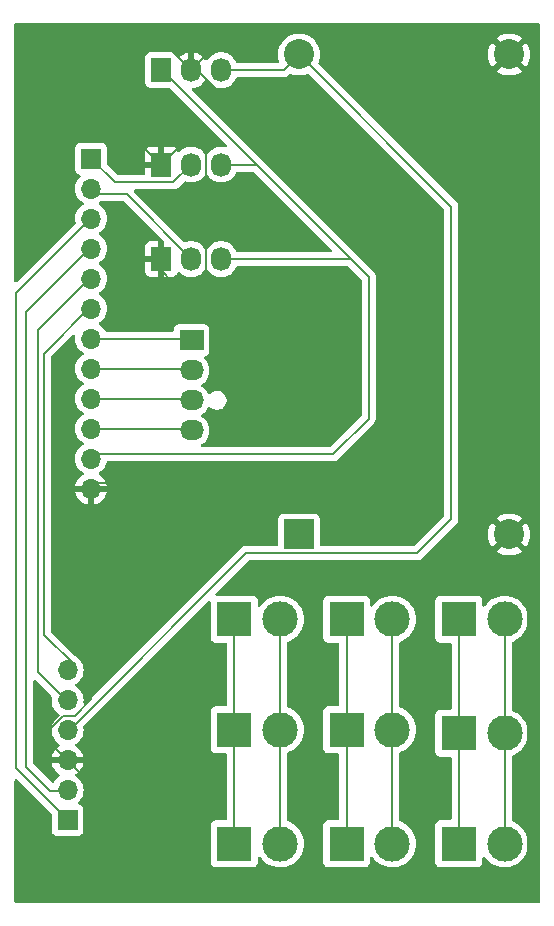
<source format=gbr>
%TF.GenerationSoftware,KiCad,Pcbnew,8.0.5*%
%TF.CreationDate,2025-07-12T19:06:12-04:00*%
%TF.ProjectId,Car,4361722e-6b69-4636-9164-5f7063625858,rev?*%
%TF.SameCoordinates,Original*%
%TF.FileFunction,Copper,L1,Top*%
%TF.FilePolarity,Positive*%
%FSLAX46Y46*%
G04 Gerber Fmt 4.6, Leading zero omitted, Abs format (unit mm)*
G04 Created by KiCad (PCBNEW 8.0.5) date 2025-07-12 19:06:12*
%MOMM*%
%LPD*%
G01*
G04 APERTURE LIST*
%TA.AperFunction,ComponentPad*%
%ADD10R,1.730000X2.030000*%
%TD*%
%TA.AperFunction,ComponentPad*%
%ADD11O,1.730000X2.030000*%
%TD*%
%TA.AperFunction,ComponentPad*%
%ADD12R,1.700000X1.700000*%
%TD*%
%TA.AperFunction,ComponentPad*%
%ADD13O,1.700000X1.700000*%
%TD*%
%TA.AperFunction,ComponentPad*%
%ADD14O,2.030000X1.730000*%
%TD*%
%TA.AperFunction,ComponentPad*%
%ADD15R,2.030000X1.730000*%
%TD*%
%TA.AperFunction,ComponentPad*%
%ADD16R,3.000000X3.000000*%
%TD*%
%TA.AperFunction,ComponentPad*%
%ADD17C,3.000000*%
%TD*%
%TA.AperFunction,ComponentPad*%
%ADD18R,2.540000X2.540000*%
%TD*%
%TA.AperFunction,ComponentPad*%
%ADD19C,2.540000*%
%TD*%
%TA.AperFunction,Conductor*%
%ADD20C,0.200000*%
%TD*%
G04 APERTURE END LIST*
D10*
%TO.P,J12,1,Pin_1*%
%TO.N,GND*%
X24690000Y-134774327D03*
D11*
%TO.P,J12,2,Pin_2*%
%TO.N,LED2*%
X27230000Y-134774327D03*
%TO.P,J12,3,Pin_3*%
%TO.N,+5V*%
X29770000Y-134774327D03*
%TD*%
D10*
%TO.P,J11,1,Pin_1*%
%TO.N,GND*%
X24690000Y-142774327D03*
D11*
%TO.P,J11,2,Pin_2*%
%TO.N,LED1*%
X27230000Y-142774327D03*
%TO.P,J11,3,Pin_3*%
%TO.N,+5V*%
X29770000Y-142774327D03*
%TD*%
D12*
%TO.P,J10,1,Pin_1*%
%TO.N,LED2*%
X18770000Y-134274327D03*
D13*
%TO.P,J10,2,Pin_2*%
%TO.N,LED1*%
X18770000Y-136814327D03*
%TO.P,J10,3,Pin_3*%
%TO.N,BA*%
X18770000Y-139354327D03*
%TO.P,J10,4,Pin_4*%
%TO.N,BB*%
X18770000Y-141894327D03*
%TO.P,J10,5,Pin_5*%
%TO.N,AA*%
X18770000Y-144434327D03*
%TO.P,J10,6,Pin_6*%
%TO.N,AB*%
X18770000Y-146974327D03*
%TO.P,J10,7,Pin_7*%
%TO.N,IN4*%
X18770000Y-149514327D03*
%TO.P,J10,8,Pin_8*%
%TO.N,IN3*%
X18770000Y-152054327D03*
%TO.P,J10,9,Pin_9*%
%TO.N,IN2*%
X18770000Y-154594327D03*
%TO.P,J10,10,Pin_10*%
%TO.N,IN1*%
X18770000Y-157134327D03*
%TO.P,J10,11,Pin_11*%
%TO.N,+5V*%
X18770000Y-159674327D03*
%TO.P,J10,12,Pin_12*%
%TO.N,GND*%
X18770000Y-162214327D03*
%TD*%
D12*
%TO.P,J9,1,Pin_1*%
%TO.N,BA*%
X16770000Y-190274327D03*
D13*
%TO.P,J9,2,Pin_2*%
%TO.N,BB*%
X16770000Y-187734327D03*
%TO.P,J9,3,Pin_3*%
%TO.N,GND*%
X16770000Y-185194327D03*
%TO.P,J9,4,Pin_4*%
%TO.N,+6.5V*%
X16770000Y-182654327D03*
%TO.P,J9,5,Pin_5*%
%TO.N,AA*%
X16770000Y-180114327D03*
%TO.P,J9,6,Pin_6*%
%TO.N,AB*%
X16770000Y-177574327D03*
%TD*%
D14*
%TO.P,J8,4,Pin_4*%
%TO.N,IN1*%
X27270000Y-157274327D03*
%TO.P,J8,3,Pin_3*%
%TO.N,IN2*%
X27270000Y-154734327D03*
%TO.P,J8,2,Pin_2*%
%TO.N,IN3*%
X27270000Y-152194327D03*
D15*
%TO.P,J8,1,Pin_1*%
%TO.N,IN4*%
X27270000Y-149654327D03*
%TD*%
D16*
%TO.P,J11,1,Pin_1*%
%TO.N,Net-(J10-Pin_1)*%
X30890000Y-192274327D03*
D17*
%TO.P,J11,2,Pin_2*%
%TO.N,Net-(J10-Pin_2)*%
X34770000Y-192274327D03*
%TD*%
D16*
%TO.P,J10,1,Pin_1*%
%TO.N,Net-(J10-Pin_1)*%
X30890000Y-182624327D03*
D17*
%TO.P,J10,2,Pin_2*%
%TO.N,Net-(J10-Pin_2)*%
X34770000Y-182624327D03*
%TD*%
D16*
%TO.P,J9,1,Pin_1*%
%TO.N,Net-(J10-Pin_1)*%
X30890000Y-173274327D03*
D17*
%TO.P,J9,2,Pin_2*%
%TO.N,Net-(J10-Pin_2)*%
X34770000Y-173274327D03*
%TD*%
D16*
%TO.P,J6,1,Pin_1*%
%TO.N,Net-(J1-Pin_1)*%
X49890000Y-192274327D03*
D17*
%TO.P,J6,2,Pin_2*%
%TO.N,Net-(J1-Pin_2)*%
X53770000Y-192274327D03*
%TD*%
D16*
%TO.P,J5,1,Pin_1*%
%TO.N,Net-(J3-Pin_1)*%
X40390000Y-192274327D03*
D17*
%TO.P,J5,2,Pin_2*%
%TO.N,Net-(J3-Pin_2)*%
X44270000Y-192274327D03*
%TD*%
D16*
%TO.P,J4,1,Pin_1*%
%TO.N,Net-(J3-Pin_1)*%
X40390000Y-182624327D03*
D17*
%TO.P,J4,2,Pin_2*%
%TO.N,Net-(J3-Pin_2)*%
X44270000Y-182624327D03*
%TD*%
D16*
%TO.P,J3,1,Pin_1*%
%TO.N,Net-(J3-Pin_1)*%
X40390000Y-173274327D03*
D17*
%TO.P,J3,2,Pin_2*%
%TO.N,Net-(J3-Pin_2)*%
X44270000Y-173274327D03*
%TD*%
D16*
%TO.P,J2,1,Pin_1*%
%TO.N,Net-(J1-Pin_1)*%
X49890000Y-182924327D03*
D17*
%TO.P,J2,2,Pin_2*%
%TO.N,Net-(J1-Pin_2)*%
X53770000Y-182924327D03*
%TD*%
D16*
%TO.P,J1,1,Pin_1*%
%TO.N,Net-(J1-Pin_1)*%
X49890000Y-173274327D03*
D17*
%TO.P,J1,2,Pin_2*%
%TO.N,Net-(J1-Pin_2)*%
X53770000Y-173274327D03*
%TD*%
D18*
%TO.P,U3,1,Vin*%
%TO.N,VCC*%
X36380000Y-166094327D03*
D19*
%TO.P,U3,2,GND*%
%TO.N,GND*%
X54160000Y-166094327D03*
%TO.P,U3,4,Vout*%
%TO.N,+6.5V*%
X36380000Y-125454327D03*
%TO.P,U3,3,GND*%
%TO.N,GND*%
X54160000Y-125454327D03*
%TD*%
D10*
%TO.P,J7,1,Pin_1*%
%TO.N,+5V*%
X24690000Y-126774327D03*
D11*
%TO.P,J7,2,Pin_2*%
%TO.N,GND*%
X27230000Y-126774327D03*
%TO.P,J7,3,Pin_3*%
%TO.N,+6.5V*%
X29770000Y-126774327D03*
%TD*%
D20*
%TO.N,GND*%
X26690000Y-132774327D02*
X24690000Y-134774327D01*
X27955000Y-132774327D02*
X26690000Y-132774327D01*
X28500000Y-133319327D02*
X27955000Y-132774327D01*
X28500000Y-144044327D02*
X28500000Y-133319327D01*
X27770000Y-144774327D02*
X28500000Y-144044327D01*
X24690000Y-143734327D02*
X25730000Y-144774327D01*
X24690000Y-142774327D02*
X24690000Y-143734327D01*
X25730000Y-144774327D02*
X27770000Y-144774327D01*
%TO.N,+5V*%
X32770000Y-134774327D02*
X32020000Y-134024327D01*
X29770000Y-134774327D02*
X32770000Y-134774327D01*
X42270000Y-144274327D02*
X32770000Y-134774327D01*
X40770000Y-142774327D02*
X42270000Y-144274327D01*
X29770000Y-142774327D02*
X40770000Y-142774327D01*
%TO.N,LED1*%
X19230000Y-137274327D02*
X21770000Y-137274327D01*
X18770000Y-136814327D02*
X19230000Y-137274327D01*
X21770000Y-137274327D02*
X27230000Y-142734327D01*
X27230000Y-142734327D02*
X27230000Y-142774327D01*
%TO.N,GND*%
X21770000Y-125774327D02*
X22770000Y-124774327D01*
X21770000Y-131854327D02*
X21770000Y-125774327D01*
X25230000Y-124774327D02*
X27230000Y-126774327D01*
X24690000Y-134774327D02*
X21770000Y-131854327D01*
X22770000Y-124774327D02*
X25230000Y-124774327D01*
%TO.N,LED2*%
X25730000Y-136274327D02*
X27230000Y-134774327D01*
X20770000Y-136274327D02*
X25730000Y-136274327D01*
X18770000Y-134274327D02*
X20770000Y-136274327D01*
%TO.N,IN1*%
X27130000Y-157134327D02*
X27270000Y-157274327D01*
X18770000Y-157134327D02*
X27130000Y-157134327D01*
%TO.N,IN2*%
X27130000Y-154594327D02*
X27270000Y-154734327D01*
X18770000Y-154594327D02*
X27130000Y-154594327D01*
%TO.N,IN3*%
X27130000Y-152054327D02*
X27270000Y-152194327D01*
X18770000Y-152054327D02*
X27130000Y-152054327D01*
%TO.N,IN4*%
X27130000Y-149514327D02*
X27270000Y-149654327D01*
X18770000Y-149514327D02*
X27130000Y-149514327D01*
%TO.N,+6.5V*%
X35060000Y-126774327D02*
X36380000Y-125454327D01*
X29770000Y-126774327D02*
X35060000Y-126774327D01*
%TO.N,GND*%
X27500000Y-126504327D02*
X27230000Y-126774327D01*
X43770000Y-142774327D02*
X27500000Y-126504327D01*
X43770000Y-160274327D02*
X43770000Y-142774327D01*
X42270000Y-161774327D02*
X43770000Y-160274327D01*
X18770000Y-161774327D02*
X42270000Y-161774327D01*
%TO.N,+5V*%
X39270000Y-159274327D02*
X42270000Y-156274327D01*
X24770000Y-126774327D02*
X24690000Y-126774327D01*
X18770000Y-159274327D02*
X39270000Y-159274327D01*
X42270000Y-156274327D02*
X42270000Y-144274327D01*
%TO.N,+6.5V*%
X49270000Y-138344327D02*
X36380000Y-125454327D01*
X49270000Y-164774327D02*
X49270000Y-138344327D01*
X46380000Y-167664327D02*
X49270000Y-164774327D01*
X31880000Y-167664327D02*
X46380000Y-167664327D01*
X16770000Y-182774327D02*
X31880000Y-167664327D01*
%TO.N,GND*%
X15270000Y-183774327D02*
X16770000Y-185274327D01*
X15270000Y-182522981D02*
X15270000Y-183774327D01*
X17371346Y-181424327D02*
X16368654Y-181424327D01*
X18770000Y-180025673D02*
X17371346Y-181424327D01*
X18770000Y-161774327D02*
X18770000Y-180025673D01*
X16368654Y-181424327D02*
X15270000Y-182522981D01*
X55770000Y-167704327D02*
X54160000Y-166094327D01*
X55770000Y-194274327D02*
X55770000Y-167704327D01*
X26770000Y-195274327D02*
X54770000Y-195274327D01*
X16770000Y-185274327D02*
X26770000Y-195274327D01*
X54770000Y-195274327D02*
X55770000Y-194274327D01*
X51980000Y-123274327D02*
X54160000Y-125454327D01*
X30730000Y-123274327D02*
X51980000Y-123274327D01*
X27230000Y-126774327D02*
X30730000Y-123274327D01*
%TO.N,BB*%
X13270000Y-147274327D02*
X18770000Y-141774327D01*
X13270000Y-185774327D02*
X13270000Y-147274327D01*
X16770000Y-187774327D02*
X15270000Y-187774327D01*
X15270000Y-187774327D02*
X13270000Y-185774327D01*
%TO.N,AB*%
X14770000Y-150774327D02*
X18770000Y-146774327D01*
X17362830Y-177181497D02*
X14770000Y-174588667D01*
X16770000Y-177774327D02*
X17362830Y-177181497D01*
X14770000Y-174588667D02*
X14770000Y-150774327D01*
%TO.N,AA*%
X14270000Y-148774327D02*
X18770000Y-144274327D01*
X14270000Y-177774327D02*
X14270000Y-148774327D01*
X16770000Y-180274327D02*
X14270000Y-177774327D01*
%TO.N,BA*%
X12370000Y-145674327D02*
X12370000Y-185874327D01*
X12370000Y-185874327D02*
X16770000Y-190274327D01*
X18770000Y-139274327D02*
X12370000Y-145674327D01*
%TO.N,Net-(J1-Pin_2)*%
X53770000Y-173274327D02*
X53770000Y-192274327D01*
%TO.N,Net-(J1-Pin_1)*%
X49890000Y-173274327D02*
X49890000Y-192274327D01*
%TO.N,Net-(J3-Pin_2)*%
X44270000Y-192274327D02*
X44270000Y-173274327D01*
%TO.N,Net-(J3-Pin_1)*%
X40390000Y-173274327D02*
X40390000Y-192274327D01*
%TO.N,Net-(J10-Pin_2)*%
X34770000Y-192274327D02*
X34770000Y-172974327D01*
%TO.N,Net-(J10-Pin_1)*%
X30890000Y-172974327D02*
X30890000Y-192274327D01*
%TO.N,+5V*%
X32020000Y-134024327D02*
X24770000Y-126774327D01*
%TD*%
%TA.AperFunction,Conductor*%
%TO.N,GND*%
G36*
X56712539Y-122794512D02*
G01*
X56758294Y-122847316D01*
X56769500Y-122898827D01*
X56769500Y-197149827D01*
X56749815Y-197216866D01*
X56697011Y-197262621D01*
X56645500Y-197273827D01*
X12394500Y-197273827D01*
X12327461Y-197254142D01*
X12281706Y-197201338D01*
X12270500Y-197149827D01*
X12270500Y-186923424D01*
X12290185Y-186856385D01*
X12342989Y-186810630D01*
X12412147Y-186800686D01*
X12475703Y-186829711D01*
X12482181Y-186835743D01*
X15383181Y-189736744D01*
X15416666Y-189798067D01*
X15419500Y-189824425D01*
X15419500Y-191172197D01*
X15419501Y-191172203D01*
X15425908Y-191231810D01*
X15476202Y-191366655D01*
X15476206Y-191366662D01*
X15562452Y-191481871D01*
X15562455Y-191481874D01*
X15677664Y-191568120D01*
X15677671Y-191568124D01*
X15812517Y-191618418D01*
X15812516Y-191618418D01*
X15819444Y-191619162D01*
X15872127Y-191624827D01*
X17667872Y-191624826D01*
X17727483Y-191618418D01*
X17862331Y-191568123D01*
X17977546Y-191481873D01*
X18063796Y-191366658D01*
X18114091Y-191231810D01*
X18120500Y-191172200D01*
X18120499Y-189376455D01*
X18114091Y-189316844D01*
X18063796Y-189181996D01*
X18063795Y-189181995D01*
X18063793Y-189181991D01*
X17977547Y-189066782D01*
X17977544Y-189066779D01*
X17862335Y-188980533D01*
X17862328Y-188980529D01*
X17730917Y-188931516D01*
X17674983Y-188889645D01*
X17650566Y-188824180D01*
X17665418Y-188755907D01*
X17686563Y-188727659D01*
X17808495Y-188605728D01*
X17944035Y-188412157D01*
X18043903Y-188197990D01*
X18105063Y-187969735D01*
X18125659Y-187734327D01*
X18105063Y-187498919D01*
X18043903Y-187270664D01*
X17944035Y-187056498D01*
X17808495Y-186862926D01*
X17808494Y-186862924D01*
X17641402Y-186695833D01*
X17641401Y-186695832D01*
X17455405Y-186565596D01*
X17411781Y-186511019D01*
X17404588Y-186441520D01*
X17436110Y-186379166D01*
X17455405Y-186362446D01*
X17641082Y-186232432D01*
X17808105Y-186065409D01*
X17943600Y-185871905D01*
X18043429Y-185657819D01*
X18043432Y-185657813D01*
X18100636Y-185444327D01*
X17203012Y-185444327D01*
X17235925Y-185387320D01*
X17270000Y-185260153D01*
X17270000Y-185128501D01*
X17235925Y-185001334D01*
X17203012Y-184944327D01*
X18100636Y-184944327D01*
X18100635Y-184944326D01*
X18043432Y-184730840D01*
X18043429Y-184730834D01*
X17943600Y-184516749D01*
X17943599Y-184516747D01*
X17808113Y-184323253D01*
X17808108Y-184323247D01*
X17641078Y-184156217D01*
X17455405Y-184026206D01*
X17411780Y-183971629D01*
X17404588Y-183902131D01*
X17436110Y-183839776D01*
X17455406Y-183823057D01*
X17549048Y-183757488D01*
X17641401Y-183692822D01*
X17808495Y-183525728D01*
X17944035Y-183332157D01*
X18043903Y-183117990D01*
X18105063Y-182889735D01*
X18125659Y-182654327D01*
X18105063Y-182418919D01*
X18096031Y-182385210D01*
X18097692Y-182315362D01*
X18128122Y-182265438D01*
X28677820Y-171715741D01*
X28739142Y-171682257D01*
X28808834Y-171687241D01*
X28864767Y-171729113D01*
X28889184Y-171794577D01*
X28889500Y-171803423D01*
X28889500Y-174822197D01*
X28889501Y-174822203D01*
X28895908Y-174881810D01*
X28946202Y-175016655D01*
X28946206Y-175016662D01*
X29032452Y-175131871D01*
X29032455Y-175131874D01*
X29147664Y-175218120D01*
X29147671Y-175218124D01*
X29282517Y-175268418D01*
X29282516Y-175268418D01*
X29289444Y-175269162D01*
X29342127Y-175274827D01*
X30165500Y-175274826D01*
X30232539Y-175294510D01*
X30278294Y-175347314D01*
X30289500Y-175398826D01*
X30289500Y-180499827D01*
X30269815Y-180566866D01*
X30217011Y-180612621D01*
X30165500Y-180623827D01*
X29342129Y-180623827D01*
X29342123Y-180623828D01*
X29282516Y-180630235D01*
X29147671Y-180680529D01*
X29147664Y-180680533D01*
X29032455Y-180766779D01*
X29032452Y-180766782D01*
X28946206Y-180881991D01*
X28946202Y-180881998D01*
X28895908Y-181016844D01*
X28890540Y-181066779D01*
X28889501Y-181076450D01*
X28889500Y-181076462D01*
X28889500Y-184172197D01*
X28889501Y-184172203D01*
X28895908Y-184231810D01*
X28946202Y-184366655D01*
X28946206Y-184366662D01*
X29032452Y-184481871D01*
X29032455Y-184481874D01*
X29147664Y-184568120D01*
X29147671Y-184568124D01*
X29282517Y-184618418D01*
X29282516Y-184618418D01*
X29289444Y-184619162D01*
X29342127Y-184624827D01*
X30165500Y-184624826D01*
X30232539Y-184644510D01*
X30278294Y-184697314D01*
X30289500Y-184748826D01*
X30289500Y-190149827D01*
X30269815Y-190216866D01*
X30217011Y-190262621D01*
X30165500Y-190273827D01*
X29342129Y-190273827D01*
X29342123Y-190273828D01*
X29282516Y-190280235D01*
X29147671Y-190330529D01*
X29147664Y-190330533D01*
X29032455Y-190416779D01*
X29032452Y-190416782D01*
X28946206Y-190531991D01*
X28946202Y-190531998D01*
X28895908Y-190666844D01*
X28889501Y-190726443D01*
X28889501Y-190726450D01*
X28889500Y-190726462D01*
X28889500Y-193822197D01*
X28889501Y-193822203D01*
X28895908Y-193881810D01*
X28946202Y-194016655D01*
X28946206Y-194016662D01*
X29032452Y-194131871D01*
X29032455Y-194131874D01*
X29147664Y-194218120D01*
X29147671Y-194218124D01*
X29282517Y-194268418D01*
X29282516Y-194268418D01*
X29289444Y-194269162D01*
X29342127Y-194274827D01*
X32437872Y-194274826D01*
X32497483Y-194268418D01*
X32632331Y-194218123D01*
X32747546Y-194131873D01*
X32833796Y-194016658D01*
X32884091Y-193881810D01*
X32890500Y-193822200D01*
X32890499Y-193474350D01*
X32910183Y-193407314D01*
X32962987Y-193361559D01*
X33032146Y-193351615D01*
X33095701Y-193380640D01*
X33113766Y-193400043D01*
X33254254Y-193587714D01*
X33254270Y-193587732D01*
X33456594Y-193790056D01*
X33456612Y-193790072D01*
X33685682Y-193961551D01*
X33685690Y-193961556D01*
X33936833Y-194098691D01*
X33936832Y-194098691D01*
X33936836Y-194098692D01*
X33936839Y-194098694D01*
X34204954Y-194198696D01*
X34204960Y-194198697D01*
X34204962Y-194198698D01*
X34484566Y-194259522D01*
X34484568Y-194259522D01*
X34484572Y-194259523D01*
X34738220Y-194277664D01*
X34769999Y-194279937D01*
X34770000Y-194279937D01*
X34770001Y-194279937D01*
X34798595Y-194277891D01*
X35055428Y-194259523D01*
X35245742Y-194218123D01*
X35335037Y-194198698D01*
X35335037Y-194198697D01*
X35335046Y-194198696D01*
X35603161Y-194098694D01*
X35854315Y-193961553D01*
X36083395Y-193790066D01*
X36285739Y-193587722D01*
X36457226Y-193358642D01*
X36594367Y-193107488D01*
X36694369Y-192839373D01*
X36755196Y-192559755D01*
X36775610Y-192274327D01*
X36755196Y-191988899D01*
X36694369Y-191709281D01*
X36594367Y-191441166D01*
X36553682Y-191366658D01*
X36457229Y-191190017D01*
X36457224Y-191190009D01*
X36285745Y-190960939D01*
X36285729Y-190960921D01*
X36083405Y-190758597D01*
X36083387Y-190758581D01*
X35854317Y-190587102D01*
X35854309Y-190587097D01*
X35603166Y-190449962D01*
X35603154Y-190449957D01*
X35451166Y-190393267D01*
X35395232Y-190351396D01*
X35370816Y-190285931D01*
X35370500Y-190277086D01*
X35370500Y-184621566D01*
X35390185Y-184554527D01*
X35442989Y-184508772D01*
X35451147Y-184505391D01*
X35603161Y-184448694D01*
X35854315Y-184311553D01*
X36083395Y-184140066D01*
X36285739Y-183937722D01*
X36457226Y-183708642D01*
X36594367Y-183457488D01*
X36694369Y-183189373D01*
X36752026Y-182924327D01*
X36755195Y-182909760D01*
X36755195Y-182909759D01*
X36755196Y-182909755D01*
X36775610Y-182624327D01*
X36755196Y-182338899D01*
X36750227Y-182316059D01*
X36694371Y-182059289D01*
X36694370Y-182059287D01*
X36694369Y-182059281D01*
X36594367Y-181791166D01*
X36572248Y-181750659D01*
X36457229Y-181540017D01*
X36457224Y-181540009D01*
X36285745Y-181310939D01*
X36285729Y-181310921D01*
X36083405Y-181108597D01*
X36083387Y-181108581D01*
X35854317Y-180937102D01*
X35854309Y-180937097D01*
X35603166Y-180799962D01*
X35603154Y-180799957D01*
X35451166Y-180743267D01*
X35395232Y-180701396D01*
X35370816Y-180635931D01*
X35370500Y-180627086D01*
X35370500Y-175271566D01*
X35390185Y-175204527D01*
X35442989Y-175158772D01*
X35451147Y-175155391D01*
X35603161Y-175098694D01*
X35854315Y-174961553D01*
X36083395Y-174790066D01*
X36285739Y-174587722D01*
X36457226Y-174358642D01*
X36594367Y-174107488D01*
X36694369Y-173839373D01*
X36755196Y-173559755D01*
X36775610Y-173274327D01*
X36755196Y-172988899D01*
X36694369Y-172709281D01*
X36594367Y-172441166D01*
X36457226Y-172190012D01*
X36426234Y-172148611D01*
X36285745Y-171960939D01*
X36285729Y-171960921D01*
X36083405Y-171758597D01*
X36083387Y-171758581D01*
X36040481Y-171726462D01*
X38389500Y-171726462D01*
X38389500Y-174822197D01*
X38389501Y-174822203D01*
X38395908Y-174881810D01*
X38446202Y-175016655D01*
X38446206Y-175016662D01*
X38532452Y-175131871D01*
X38532455Y-175131874D01*
X38647664Y-175218120D01*
X38647671Y-175218124D01*
X38782517Y-175268418D01*
X38782516Y-175268418D01*
X38789444Y-175269162D01*
X38842127Y-175274827D01*
X39665500Y-175274826D01*
X39732539Y-175294510D01*
X39778294Y-175347314D01*
X39789500Y-175398826D01*
X39789500Y-180499827D01*
X39769815Y-180566866D01*
X39717011Y-180612621D01*
X39665500Y-180623827D01*
X38842129Y-180623827D01*
X38842123Y-180623828D01*
X38782516Y-180630235D01*
X38647671Y-180680529D01*
X38647664Y-180680533D01*
X38532455Y-180766779D01*
X38532452Y-180766782D01*
X38446206Y-180881991D01*
X38446202Y-180881998D01*
X38395908Y-181016844D01*
X38390540Y-181066779D01*
X38389501Y-181076450D01*
X38389500Y-181076462D01*
X38389500Y-184172197D01*
X38389501Y-184172203D01*
X38395908Y-184231810D01*
X38446202Y-184366655D01*
X38446206Y-184366662D01*
X38532452Y-184481871D01*
X38532455Y-184481874D01*
X38647664Y-184568120D01*
X38647671Y-184568124D01*
X38782517Y-184618418D01*
X38782516Y-184618418D01*
X38789444Y-184619162D01*
X38842127Y-184624827D01*
X39665500Y-184624826D01*
X39732539Y-184644510D01*
X39778294Y-184697314D01*
X39789500Y-184748826D01*
X39789500Y-190149827D01*
X39769815Y-190216866D01*
X39717011Y-190262621D01*
X39665500Y-190273827D01*
X38842129Y-190273827D01*
X38842123Y-190273828D01*
X38782516Y-190280235D01*
X38647671Y-190330529D01*
X38647664Y-190330533D01*
X38532455Y-190416779D01*
X38532452Y-190416782D01*
X38446206Y-190531991D01*
X38446202Y-190531998D01*
X38395908Y-190666844D01*
X38389501Y-190726443D01*
X38389501Y-190726450D01*
X38389500Y-190726462D01*
X38389500Y-193822197D01*
X38389501Y-193822203D01*
X38395908Y-193881810D01*
X38446202Y-194016655D01*
X38446206Y-194016662D01*
X38532452Y-194131871D01*
X38532455Y-194131874D01*
X38647664Y-194218120D01*
X38647671Y-194218124D01*
X38782517Y-194268418D01*
X38782516Y-194268418D01*
X38789444Y-194269162D01*
X38842127Y-194274827D01*
X41937872Y-194274826D01*
X41997483Y-194268418D01*
X42132331Y-194218123D01*
X42247546Y-194131873D01*
X42333796Y-194016658D01*
X42384091Y-193881810D01*
X42390500Y-193822200D01*
X42390499Y-193474350D01*
X42410183Y-193407314D01*
X42462987Y-193361559D01*
X42532146Y-193351615D01*
X42595701Y-193380640D01*
X42613766Y-193400043D01*
X42754254Y-193587714D01*
X42754270Y-193587732D01*
X42956594Y-193790056D01*
X42956612Y-193790072D01*
X43185682Y-193961551D01*
X43185690Y-193961556D01*
X43436833Y-194098691D01*
X43436832Y-194098691D01*
X43436836Y-194098692D01*
X43436839Y-194098694D01*
X43704954Y-194198696D01*
X43704960Y-194198697D01*
X43704962Y-194198698D01*
X43984566Y-194259522D01*
X43984568Y-194259522D01*
X43984572Y-194259523D01*
X44238220Y-194277664D01*
X44269999Y-194279937D01*
X44270000Y-194279937D01*
X44270001Y-194279937D01*
X44298595Y-194277891D01*
X44555428Y-194259523D01*
X44745742Y-194218123D01*
X44835037Y-194198698D01*
X44835037Y-194198697D01*
X44835046Y-194198696D01*
X45103161Y-194098694D01*
X45354315Y-193961553D01*
X45583395Y-193790066D01*
X45785739Y-193587722D01*
X45957226Y-193358642D01*
X46094367Y-193107488D01*
X46194369Y-192839373D01*
X46255196Y-192559755D01*
X46275610Y-192274327D01*
X46255196Y-191988899D01*
X46194369Y-191709281D01*
X46094367Y-191441166D01*
X46053682Y-191366658D01*
X45957229Y-191190017D01*
X45957224Y-191190009D01*
X45785745Y-190960939D01*
X45785729Y-190960921D01*
X45583405Y-190758597D01*
X45583387Y-190758581D01*
X45354317Y-190587102D01*
X45354309Y-190587097D01*
X45103166Y-190449962D01*
X45103154Y-190449957D01*
X44951166Y-190393267D01*
X44895232Y-190351396D01*
X44870816Y-190285931D01*
X44870500Y-190277086D01*
X44870500Y-184621566D01*
X44890185Y-184554527D01*
X44942989Y-184508772D01*
X44951147Y-184505391D01*
X45103161Y-184448694D01*
X45354315Y-184311553D01*
X45583395Y-184140066D01*
X45785739Y-183937722D01*
X45957226Y-183708642D01*
X46094367Y-183457488D01*
X46194369Y-183189373D01*
X46252026Y-182924327D01*
X46255195Y-182909760D01*
X46255195Y-182909759D01*
X46255196Y-182909755D01*
X46275610Y-182624327D01*
X46255196Y-182338899D01*
X46250227Y-182316059D01*
X46194371Y-182059289D01*
X46194370Y-182059287D01*
X46194369Y-182059281D01*
X46094367Y-181791166D01*
X46072248Y-181750659D01*
X45957229Y-181540017D01*
X45957224Y-181540009D01*
X45785745Y-181310939D01*
X45785729Y-181310921D01*
X45583405Y-181108597D01*
X45583387Y-181108581D01*
X45354317Y-180937102D01*
X45354309Y-180937097D01*
X45103166Y-180799962D01*
X45103154Y-180799957D01*
X44951166Y-180743267D01*
X44895232Y-180701396D01*
X44870816Y-180635931D01*
X44870500Y-180627086D01*
X44870500Y-175271566D01*
X44890185Y-175204527D01*
X44942989Y-175158772D01*
X44951147Y-175155391D01*
X45103161Y-175098694D01*
X45354315Y-174961553D01*
X45583395Y-174790066D01*
X45785739Y-174587722D01*
X45957226Y-174358642D01*
X46094367Y-174107488D01*
X46194369Y-173839373D01*
X46255196Y-173559755D01*
X46275610Y-173274327D01*
X46255196Y-172988899D01*
X46194369Y-172709281D01*
X46094367Y-172441166D01*
X45957226Y-172190012D01*
X45926234Y-172148611D01*
X45785745Y-171960939D01*
X45785729Y-171960921D01*
X45583405Y-171758597D01*
X45583387Y-171758581D01*
X45540481Y-171726462D01*
X47889500Y-171726462D01*
X47889500Y-174822197D01*
X47889501Y-174822203D01*
X47895908Y-174881810D01*
X47946202Y-175016655D01*
X47946206Y-175016662D01*
X48032452Y-175131871D01*
X48032455Y-175131874D01*
X48147664Y-175218120D01*
X48147671Y-175218124D01*
X48282517Y-175268418D01*
X48282516Y-175268418D01*
X48289444Y-175269162D01*
X48342127Y-175274827D01*
X49165500Y-175274826D01*
X49232539Y-175294510D01*
X49278294Y-175347314D01*
X49289500Y-175398826D01*
X49289500Y-180799827D01*
X49269815Y-180866866D01*
X49217011Y-180912621D01*
X49165500Y-180923827D01*
X48342129Y-180923827D01*
X48342123Y-180923828D01*
X48282516Y-180930235D01*
X48147671Y-180980529D01*
X48147664Y-180980533D01*
X48032455Y-181066779D01*
X48032452Y-181066782D01*
X47946206Y-181181991D01*
X47946202Y-181181998D01*
X47895908Y-181316844D01*
X47889501Y-181376443D01*
X47889501Y-181376450D01*
X47889500Y-181376462D01*
X47889500Y-184472197D01*
X47889501Y-184472203D01*
X47895908Y-184531810D01*
X47946202Y-184666655D01*
X47946206Y-184666662D01*
X48032452Y-184781871D01*
X48032455Y-184781874D01*
X48147664Y-184868120D01*
X48147671Y-184868124D01*
X48282517Y-184918418D01*
X48282516Y-184918418D01*
X48289444Y-184919162D01*
X48342127Y-184924827D01*
X49165500Y-184924826D01*
X49232539Y-184944510D01*
X49278294Y-184997314D01*
X49289500Y-185048826D01*
X49289500Y-190149827D01*
X49269815Y-190216866D01*
X49217011Y-190262621D01*
X49165500Y-190273827D01*
X48342129Y-190273827D01*
X48342123Y-190273828D01*
X48282516Y-190280235D01*
X48147671Y-190330529D01*
X48147664Y-190330533D01*
X48032455Y-190416779D01*
X48032452Y-190416782D01*
X47946206Y-190531991D01*
X47946202Y-190531998D01*
X47895908Y-190666844D01*
X47889501Y-190726443D01*
X47889501Y-190726450D01*
X47889500Y-190726462D01*
X47889500Y-193822197D01*
X47889501Y-193822203D01*
X47895908Y-193881810D01*
X47946202Y-194016655D01*
X47946206Y-194016662D01*
X48032452Y-194131871D01*
X48032455Y-194131874D01*
X48147664Y-194218120D01*
X48147671Y-194218124D01*
X48282517Y-194268418D01*
X48282516Y-194268418D01*
X48289444Y-194269162D01*
X48342127Y-194274827D01*
X51437872Y-194274826D01*
X51497483Y-194268418D01*
X51632331Y-194218123D01*
X51747546Y-194131873D01*
X51833796Y-194016658D01*
X51884091Y-193881810D01*
X51890500Y-193822200D01*
X51890499Y-193474350D01*
X51910183Y-193407314D01*
X51962987Y-193361559D01*
X52032146Y-193351615D01*
X52095701Y-193380640D01*
X52113766Y-193400043D01*
X52254254Y-193587714D01*
X52254270Y-193587732D01*
X52456594Y-193790056D01*
X52456612Y-193790072D01*
X52685682Y-193961551D01*
X52685690Y-193961556D01*
X52936833Y-194098691D01*
X52936832Y-194098691D01*
X52936836Y-194098692D01*
X52936839Y-194098694D01*
X53204954Y-194198696D01*
X53204960Y-194198697D01*
X53204962Y-194198698D01*
X53484566Y-194259522D01*
X53484568Y-194259522D01*
X53484572Y-194259523D01*
X53738220Y-194277664D01*
X53769999Y-194279937D01*
X53770000Y-194279937D01*
X53770001Y-194279937D01*
X53798595Y-194277891D01*
X54055428Y-194259523D01*
X54245742Y-194218123D01*
X54335037Y-194198698D01*
X54335037Y-194198697D01*
X54335046Y-194198696D01*
X54603161Y-194098694D01*
X54854315Y-193961553D01*
X55083395Y-193790066D01*
X55285739Y-193587722D01*
X55457226Y-193358642D01*
X55594367Y-193107488D01*
X55694369Y-192839373D01*
X55755196Y-192559755D01*
X55775610Y-192274327D01*
X55755196Y-191988899D01*
X55694369Y-191709281D01*
X55594367Y-191441166D01*
X55553682Y-191366658D01*
X55457229Y-191190017D01*
X55457224Y-191190009D01*
X55285745Y-190960939D01*
X55285729Y-190960921D01*
X55083405Y-190758597D01*
X55083387Y-190758581D01*
X54854317Y-190587102D01*
X54854309Y-190587097D01*
X54603166Y-190449962D01*
X54603154Y-190449957D01*
X54451166Y-190393267D01*
X54395232Y-190351396D01*
X54370816Y-190285931D01*
X54370500Y-190277086D01*
X54370500Y-184921566D01*
X54390185Y-184854527D01*
X54442989Y-184808772D01*
X54451147Y-184805391D01*
X54603161Y-184748694D01*
X54854315Y-184611553D01*
X55083395Y-184440066D01*
X55285739Y-184237722D01*
X55457226Y-184008642D01*
X55594367Y-183757488D01*
X55694369Y-183489373D01*
X55755196Y-183209755D01*
X55775610Y-182924327D01*
X55755196Y-182638899D01*
X55752026Y-182624328D01*
X55694371Y-182359289D01*
X55694370Y-182359287D01*
X55694369Y-182359281D01*
X55594367Y-182091166D01*
X55576956Y-182059281D01*
X55457229Y-181840017D01*
X55457224Y-181840009D01*
X55285745Y-181610939D01*
X55285729Y-181610921D01*
X55083405Y-181408597D01*
X55083387Y-181408581D01*
X54854317Y-181237102D01*
X54854309Y-181237097D01*
X54603166Y-181099962D01*
X54603154Y-181099957D01*
X54451166Y-181043267D01*
X54395232Y-181001396D01*
X54370816Y-180935931D01*
X54370500Y-180927086D01*
X54370500Y-175271566D01*
X54390185Y-175204527D01*
X54442989Y-175158772D01*
X54451147Y-175155391D01*
X54603161Y-175098694D01*
X54854315Y-174961553D01*
X55083395Y-174790066D01*
X55285739Y-174587722D01*
X55457226Y-174358642D01*
X55594367Y-174107488D01*
X55694369Y-173839373D01*
X55755196Y-173559755D01*
X55775610Y-173274327D01*
X55755196Y-172988899D01*
X55694369Y-172709281D01*
X55594367Y-172441166D01*
X55457226Y-172190012D01*
X55426234Y-172148611D01*
X55285745Y-171960939D01*
X55285729Y-171960921D01*
X55083405Y-171758597D01*
X55083387Y-171758581D01*
X54854317Y-171587102D01*
X54854309Y-171587097D01*
X54603166Y-171449962D01*
X54603167Y-171449962D01*
X54495915Y-171409959D01*
X54335046Y-171349958D01*
X54335043Y-171349957D01*
X54335037Y-171349955D01*
X54055433Y-171289131D01*
X53770001Y-171268717D01*
X53769999Y-171268717D01*
X53484566Y-171289131D01*
X53204962Y-171349955D01*
X52936833Y-171449962D01*
X52685690Y-171587097D01*
X52685682Y-171587102D01*
X52456612Y-171758581D01*
X52456594Y-171758597D01*
X52254270Y-171960921D01*
X52254254Y-171960939D01*
X52113766Y-172148611D01*
X52057833Y-172190483D01*
X51988141Y-172195467D01*
X51926818Y-172161982D01*
X51893333Y-172100659D01*
X51890499Y-172074301D01*
X51890499Y-171726456D01*
X51890498Y-171726450D01*
X51890497Y-171726443D01*
X51884091Y-171666844D01*
X51854347Y-171587097D01*
X51833797Y-171531998D01*
X51833793Y-171531991D01*
X51747547Y-171416782D01*
X51747544Y-171416779D01*
X51632335Y-171330533D01*
X51632328Y-171330529D01*
X51497482Y-171280235D01*
X51497483Y-171280235D01*
X51437883Y-171273828D01*
X51437881Y-171273827D01*
X51437873Y-171273827D01*
X51437864Y-171273827D01*
X48342129Y-171273827D01*
X48342123Y-171273828D01*
X48282516Y-171280235D01*
X48147671Y-171330529D01*
X48147664Y-171330533D01*
X48032455Y-171416779D01*
X48032452Y-171416782D01*
X47946206Y-171531991D01*
X47946202Y-171531998D01*
X47895908Y-171666844D01*
X47889501Y-171726443D01*
X47889501Y-171726450D01*
X47889500Y-171726462D01*
X45540481Y-171726462D01*
X45354317Y-171587102D01*
X45354309Y-171587097D01*
X45103166Y-171449962D01*
X45103167Y-171449962D01*
X44995915Y-171409959D01*
X44835046Y-171349958D01*
X44835043Y-171349957D01*
X44835037Y-171349955D01*
X44555433Y-171289131D01*
X44270001Y-171268717D01*
X44269999Y-171268717D01*
X43984566Y-171289131D01*
X43704962Y-171349955D01*
X43436833Y-171449962D01*
X43185690Y-171587097D01*
X43185682Y-171587102D01*
X42956612Y-171758581D01*
X42956594Y-171758597D01*
X42754270Y-171960921D01*
X42754254Y-171960939D01*
X42613766Y-172148611D01*
X42557833Y-172190483D01*
X42488141Y-172195467D01*
X42426818Y-172161982D01*
X42393333Y-172100659D01*
X42390499Y-172074301D01*
X42390499Y-171726456D01*
X42390498Y-171726450D01*
X42390497Y-171726443D01*
X42384091Y-171666844D01*
X42354347Y-171587097D01*
X42333797Y-171531998D01*
X42333793Y-171531991D01*
X42247547Y-171416782D01*
X42247544Y-171416779D01*
X42132335Y-171330533D01*
X42132328Y-171330529D01*
X41997482Y-171280235D01*
X41997483Y-171280235D01*
X41937883Y-171273828D01*
X41937881Y-171273827D01*
X41937873Y-171273827D01*
X41937864Y-171273827D01*
X38842129Y-171273827D01*
X38842123Y-171273828D01*
X38782516Y-171280235D01*
X38647671Y-171330529D01*
X38647664Y-171330533D01*
X38532455Y-171416779D01*
X38532452Y-171416782D01*
X38446206Y-171531991D01*
X38446202Y-171531998D01*
X38395908Y-171666844D01*
X38389501Y-171726443D01*
X38389501Y-171726450D01*
X38389500Y-171726462D01*
X36040481Y-171726462D01*
X35854317Y-171587102D01*
X35854309Y-171587097D01*
X35603166Y-171449962D01*
X35603167Y-171449962D01*
X35495915Y-171409959D01*
X35335046Y-171349958D01*
X35335043Y-171349957D01*
X35335037Y-171349955D01*
X35055433Y-171289131D01*
X34770001Y-171268717D01*
X34769999Y-171268717D01*
X34484566Y-171289131D01*
X34204962Y-171349955D01*
X33936833Y-171449962D01*
X33685690Y-171587097D01*
X33685682Y-171587102D01*
X33456612Y-171758581D01*
X33456594Y-171758597D01*
X33254270Y-171960921D01*
X33254254Y-171960939D01*
X33113766Y-172148611D01*
X33057833Y-172190483D01*
X32988141Y-172195467D01*
X32926818Y-172161982D01*
X32893333Y-172100659D01*
X32890499Y-172074301D01*
X32890499Y-171726456D01*
X32890498Y-171726450D01*
X32890497Y-171726443D01*
X32884091Y-171666844D01*
X32854347Y-171587097D01*
X32833797Y-171531998D01*
X32833793Y-171531991D01*
X32747547Y-171416782D01*
X32747544Y-171416779D01*
X32632335Y-171330533D01*
X32632328Y-171330529D01*
X32497482Y-171280235D01*
X32497483Y-171280235D01*
X32437883Y-171273828D01*
X32437881Y-171273827D01*
X32437873Y-171273827D01*
X32437865Y-171273827D01*
X29419095Y-171273827D01*
X29352056Y-171254142D01*
X29306301Y-171201338D01*
X29296357Y-171132180D01*
X29325382Y-171068624D01*
X29331389Y-171062172D01*
X32092416Y-168301146D01*
X32153739Y-168267661D01*
X32180097Y-168264827D01*
X46293331Y-168264827D01*
X46293347Y-168264828D01*
X46300943Y-168264828D01*
X46459054Y-168264828D01*
X46459057Y-168264828D01*
X46611785Y-168223904D01*
X46661904Y-168194966D01*
X46748716Y-168144847D01*
X46860520Y-168033043D01*
X46860520Y-168033041D01*
X46870728Y-168022834D01*
X46870730Y-168022831D01*
X48799239Y-166094322D01*
X52385037Y-166094322D01*
X52385037Y-166094331D01*
X52404860Y-166358862D01*
X52404861Y-166358867D01*
X52463890Y-166617493D01*
X52463896Y-166617512D01*
X52560814Y-166864455D01*
X52560813Y-166864455D01*
X52693457Y-167094198D01*
X52743642Y-167157130D01*
X52743643Y-167157130D01*
X53677037Y-166223736D01*
X53694075Y-166287320D01*
X53759901Y-166401334D01*
X53852993Y-166494426D01*
X53967007Y-166560252D01*
X54030590Y-166577289D01*
X53096438Y-167511439D01*
X53272525Y-167631493D01*
X53272526Y-167631494D01*
X53511530Y-167746591D01*
X53511528Y-167746591D01*
X53765025Y-167824785D01*
X53765031Y-167824786D01*
X54027351Y-167864326D01*
X54027358Y-167864327D01*
X54292642Y-167864327D01*
X54292648Y-167864326D01*
X54554968Y-167824786D01*
X54554974Y-167824785D01*
X54808470Y-167746591D01*
X55047479Y-167631491D01*
X55223560Y-167511439D01*
X54289409Y-166577289D01*
X54352993Y-166560252D01*
X54467007Y-166494426D01*
X54560099Y-166401334D01*
X54625925Y-166287320D01*
X54642962Y-166223736D01*
X55576355Y-167157130D01*
X55576356Y-167157129D01*
X55626545Y-167094196D01*
X55759185Y-166864455D01*
X55856103Y-166617512D01*
X55856109Y-166617493D01*
X55915138Y-166358867D01*
X55915139Y-166358862D01*
X55934963Y-166094331D01*
X55934963Y-166094322D01*
X55915139Y-165829791D01*
X55915138Y-165829786D01*
X55856109Y-165571160D01*
X55856103Y-165571141D01*
X55759185Y-165324198D01*
X55759186Y-165324198D01*
X55626543Y-165094456D01*
X55626536Y-165094445D01*
X55576356Y-165031523D01*
X55576355Y-165031522D01*
X54642962Y-165964916D01*
X54625925Y-165901334D01*
X54560099Y-165787320D01*
X54467007Y-165694228D01*
X54352993Y-165628402D01*
X54289410Y-165611364D01*
X55223560Y-164677213D01*
X55047484Y-164557166D01*
X55047474Y-164557159D01*
X54808469Y-164442062D01*
X54808471Y-164442062D01*
X54554974Y-164363868D01*
X54554968Y-164363867D01*
X54292648Y-164324327D01*
X54027351Y-164324327D01*
X53765031Y-164363867D01*
X53765025Y-164363868D01*
X53511529Y-164442062D01*
X53272526Y-164557159D01*
X53272518Y-164557164D01*
X53096438Y-164677213D01*
X54030590Y-165611364D01*
X53967007Y-165628402D01*
X53852993Y-165694228D01*
X53759901Y-165787320D01*
X53694075Y-165901334D01*
X53677037Y-165964917D01*
X52743643Y-165031523D01*
X52693456Y-165094455D01*
X52560814Y-165324198D01*
X52463896Y-165571141D01*
X52463890Y-165571160D01*
X52404861Y-165829786D01*
X52404860Y-165829791D01*
X52385037Y-166094322D01*
X48799239Y-166094322D01*
X49638713Y-165254848D01*
X49638716Y-165254847D01*
X49750520Y-165143043D01*
X49800639Y-165056231D01*
X49829577Y-165006112D01*
X49870500Y-164853385D01*
X49870500Y-164695270D01*
X49870500Y-138433386D01*
X49870501Y-138433373D01*
X49870501Y-138265272D01*
X49870501Y-138265270D01*
X49829577Y-138112542D01*
X49800639Y-138062422D01*
X49750520Y-137975611D01*
X49638716Y-137863807D01*
X49638715Y-137863806D01*
X49634385Y-137859476D01*
X49634374Y-137859466D01*
X38042667Y-126267759D01*
X38009182Y-126206436D01*
X38014166Y-126136744D01*
X38014920Y-126134776D01*
X38028015Y-126101410D01*
X38076586Y-125977654D01*
X38135635Y-125718946D01*
X38135642Y-125718862D01*
X38155465Y-125454329D01*
X38155465Y-125454322D01*
X52385037Y-125454322D01*
X52385037Y-125454329D01*
X52404860Y-125718862D01*
X52404861Y-125718867D01*
X52463890Y-125977493D01*
X52463896Y-125977512D01*
X52560814Y-126224455D01*
X52560813Y-126224455D01*
X52693457Y-126454198D01*
X52743642Y-126517130D01*
X52743643Y-126517130D01*
X53677037Y-125583736D01*
X53694075Y-125647320D01*
X53759901Y-125761334D01*
X53852993Y-125854426D01*
X53967007Y-125920252D01*
X54030590Y-125937289D01*
X53096438Y-126871439D01*
X53272525Y-126991493D01*
X53272526Y-126991494D01*
X53511530Y-127106591D01*
X53511528Y-127106591D01*
X53765025Y-127184785D01*
X53765031Y-127184786D01*
X54027351Y-127224326D01*
X54027358Y-127224327D01*
X54292642Y-127224327D01*
X54292648Y-127224326D01*
X54554968Y-127184786D01*
X54554974Y-127184785D01*
X54808470Y-127106591D01*
X55047479Y-126991491D01*
X55223560Y-126871439D01*
X54289409Y-125937289D01*
X54352993Y-125920252D01*
X54467007Y-125854426D01*
X54560099Y-125761334D01*
X54625925Y-125647320D01*
X54642962Y-125583736D01*
X55576355Y-126517130D01*
X55576356Y-126517129D01*
X55626545Y-126454196D01*
X55759185Y-126224455D01*
X55856103Y-125977512D01*
X55856109Y-125977493D01*
X55915138Y-125718867D01*
X55915139Y-125718862D01*
X55934963Y-125454329D01*
X55934963Y-125454322D01*
X55915139Y-125189791D01*
X55915138Y-125189786D01*
X55856109Y-124931160D01*
X55856103Y-124931141D01*
X55759185Y-124684198D01*
X55759186Y-124684198D01*
X55626543Y-124454456D01*
X55626536Y-124454445D01*
X55576356Y-124391523D01*
X55576355Y-124391522D01*
X54642962Y-125324916D01*
X54625925Y-125261334D01*
X54560099Y-125147320D01*
X54467007Y-125054228D01*
X54352993Y-124988402D01*
X54289410Y-124971364D01*
X55223560Y-124037213D01*
X55047484Y-123917166D01*
X55047474Y-123917159D01*
X54808469Y-123802062D01*
X54808471Y-123802062D01*
X54554974Y-123723868D01*
X54554968Y-123723867D01*
X54292648Y-123684327D01*
X54027351Y-123684327D01*
X53765031Y-123723867D01*
X53765025Y-123723868D01*
X53511529Y-123802062D01*
X53272526Y-123917159D01*
X53272518Y-123917164D01*
X53096438Y-124037213D01*
X54030590Y-124971364D01*
X53967007Y-124988402D01*
X53852993Y-125054228D01*
X53759901Y-125147320D01*
X53694075Y-125261334D01*
X53677037Y-125324917D01*
X52743643Y-124391523D01*
X52693456Y-124454455D01*
X52560814Y-124684198D01*
X52463896Y-124931141D01*
X52463890Y-124931160D01*
X52404861Y-125189786D01*
X52404860Y-125189791D01*
X52385037Y-125454322D01*
X38155465Y-125454322D01*
X38135636Y-125189717D01*
X38135635Y-125189712D01*
X38135635Y-125189708D01*
X38076586Y-124931000D01*
X37979639Y-124683982D01*
X37846958Y-124454172D01*
X37681508Y-124246704D01*
X37486984Y-124066213D01*
X37267733Y-123916729D01*
X37267732Y-123916728D01*
X37267725Y-123916724D01*
X37028655Y-123801595D01*
X37028636Y-123801588D01*
X36775083Y-123723378D01*
X36775073Y-123723375D01*
X36512688Y-123683827D01*
X36512681Y-123683827D01*
X36247319Y-123683827D01*
X36247311Y-123683827D01*
X35984926Y-123723375D01*
X35984916Y-123723378D01*
X35731363Y-123801588D01*
X35731344Y-123801595D01*
X35492276Y-123916724D01*
X35492274Y-123916725D01*
X35273015Y-124066213D01*
X35078494Y-124246702D01*
X35078492Y-124246704D01*
X34913042Y-124454172D01*
X34780361Y-124683981D01*
X34683416Y-124930994D01*
X34683410Y-124931013D01*
X34624364Y-125189712D01*
X34624363Y-125189717D01*
X34604535Y-125454322D01*
X34604535Y-125454329D01*
X34624363Y-125718936D01*
X34624364Y-125718941D01*
X34683410Y-125977640D01*
X34683412Y-125977647D01*
X34683414Y-125977654D01*
X34693961Y-126004528D01*
X34700129Y-126074122D01*
X34667691Y-126136005D01*
X34606945Y-126170528D01*
X34578532Y-126173827D01*
X31148828Y-126173827D01*
X31081789Y-126154142D01*
X31038434Y-126104108D01*
X31037670Y-126104498D01*
X31036096Y-126101410D01*
X31036034Y-126101338D01*
X31035881Y-126100988D01*
X31035458Y-126100157D01*
X30937880Y-125908649D01*
X30811545Y-125734764D01*
X30659563Y-125582782D01*
X30485678Y-125456447D01*
X30481507Y-125454322D01*
X30294170Y-125358868D01*
X30294167Y-125358867D01*
X30089757Y-125292451D01*
X29948229Y-125270035D01*
X29877467Y-125258827D01*
X29662533Y-125258827D01*
X29591770Y-125270035D01*
X29450243Y-125292451D01*
X29450240Y-125292451D01*
X29245832Y-125358867D01*
X29245829Y-125358868D01*
X29054321Y-125456447D01*
X28970981Y-125516998D01*
X28880437Y-125582782D01*
X28880435Y-125582784D01*
X28880434Y-125582784D01*
X28728457Y-125734761D01*
X28728457Y-125734762D01*
X28728455Y-125734764D01*
X28709151Y-125761334D01*
X28600009Y-125911554D01*
X28544679Y-125954219D01*
X28475065Y-125960198D01*
X28413270Y-125927592D01*
X28399373Y-125911554D01*
X28271161Y-125735086D01*
X28119240Y-125583165D01*
X27945416Y-125456874D01*
X27753975Y-125359330D01*
X27549635Y-125292937D01*
X27549636Y-125292937D01*
X27480000Y-125281908D01*
X27480000Y-126329766D01*
X27426853Y-126299082D01*
X27297143Y-126264327D01*
X27162857Y-126264327D01*
X27033147Y-126299082D01*
X26980000Y-126329766D01*
X26980000Y-125281908D01*
X26910364Y-125292937D01*
X26706024Y-125359330D01*
X26514583Y-125456874D01*
X26340763Y-125583162D01*
X26246102Y-125677823D01*
X26184778Y-125711307D01*
X26115087Y-125706323D01*
X26059154Y-125664451D01*
X26042239Y-125633473D01*
X25998798Y-125517000D01*
X25998793Y-125516991D01*
X25912547Y-125401782D01*
X25912544Y-125401779D01*
X25797335Y-125315533D01*
X25797328Y-125315529D01*
X25662482Y-125265235D01*
X25662483Y-125265235D01*
X25602883Y-125258828D01*
X25602881Y-125258827D01*
X25602873Y-125258827D01*
X25602864Y-125258827D01*
X23777129Y-125258827D01*
X23777123Y-125258828D01*
X23717516Y-125265235D01*
X23582671Y-125315529D01*
X23582664Y-125315533D01*
X23467455Y-125401779D01*
X23467452Y-125401782D01*
X23381206Y-125516991D01*
X23381202Y-125516998D01*
X23330908Y-125651844D01*
X23324501Y-125711443D01*
X23324500Y-125711462D01*
X23324500Y-127837197D01*
X23324501Y-127837203D01*
X23330908Y-127896810D01*
X23381202Y-128031655D01*
X23381206Y-128031662D01*
X23467452Y-128146871D01*
X23467455Y-128146874D01*
X23582664Y-128233120D01*
X23582671Y-128233124D01*
X23717517Y-128283418D01*
X23717516Y-128283418D01*
X23724444Y-128284162D01*
X23777127Y-128289827D01*
X25384902Y-128289826D01*
X25451941Y-128309511D01*
X25472583Y-128326145D01*
X30241709Y-133095271D01*
X30275194Y-133156594D01*
X30270210Y-133226286D01*
X30228338Y-133282219D01*
X30162874Y-133306636D01*
X30115712Y-133300884D01*
X30089756Y-133292451D01*
X29983611Y-133275639D01*
X29877467Y-133258827D01*
X29662533Y-133258827D01*
X29591770Y-133270035D01*
X29450243Y-133292451D01*
X29450240Y-133292451D01*
X29245832Y-133358867D01*
X29245829Y-133358868D01*
X29054321Y-133456447D01*
X28970657Y-133517233D01*
X28880437Y-133582782D01*
X28880435Y-133582784D01*
X28880434Y-133582784D01*
X28728457Y-133734761D01*
X28728457Y-133734762D01*
X28728455Y-133734764D01*
X28631023Y-133868866D01*
X28600318Y-133911129D01*
X28544988Y-133953794D01*
X28475374Y-133959773D01*
X28413579Y-133927167D01*
X28399682Y-133911129D01*
X28386836Y-133893448D01*
X28271545Y-133734764D01*
X28119563Y-133582782D01*
X27945678Y-133456447D01*
X27754170Y-133358868D01*
X27754167Y-133358867D01*
X27549757Y-133292451D01*
X27408229Y-133270035D01*
X27337467Y-133258827D01*
X27122533Y-133258827D01*
X27051770Y-133270035D01*
X26910243Y-133292451D01*
X26910240Y-133292451D01*
X26705832Y-133358867D01*
X26705829Y-133358868D01*
X26514321Y-133456447D01*
X26340438Y-133582781D01*
X26245522Y-133677697D01*
X26184198Y-133711181D01*
X26114507Y-133706197D01*
X26058574Y-133664325D01*
X26041659Y-133633348D01*
X25998354Y-133517240D01*
X25998350Y-133517233D01*
X25912190Y-133402139D01*
X25912187Y-133402136D01*
X25797093Y-133315976D01*
X25797086Y-133315972D01*
X25662379Y-133265730D01*
X25662372Y-133265728D01*
X25602844Y-133259327D01*
X24940000Y-133259327D01*
X24940000Y-134329766D01*
X24886853Y-134299082D01*
X24757143Y-134264327D01*
X24622857Y-134264327D01*
X24493147Y-134299082D01*
X24440000Y-134329766D01*
X24440000Y-133259327D01*
X23777155Y-133259327D01*
X23717627Y-133265728D01*
X23717620Y-133265730D01*
X23582913Y-133315972D01*
X23582906Y-133315976D01*
X23467812Y-133402136D01*
X23467809Y-133402139D01*
X23381649Y-133517233D01*
X23381645Y-133517240D01*
X23331403Y-133651947D01*
X23331401Y-133651954D01*
X23325000Y-133711482D01*
X23325000Y-134524327D01*
X24245440Y-134524327D01*
X24214755Y-134577474D01*
X24180000Y-134707184D01*
X24180000Y-134841470D01*
X24214755Y-134971180D01*
X24245440Y-135024327D01*
X23325000Y-135024327D01*
X23325000Y-135549827D01*
X23305315Y-135616866D01*
X23252511Y-135662621D01*
X23201000Y-135673827D01*
X21070097Y-135673827D01*
X21003058Y-135654142D01*
X20982416Y-135637508D01*
X20156818Y-134811910D01*
X20123333Y-134750587D01*
X20120499Y-134724229D01*
X20120499Y-133376456D01*
X20120498Y-133376450D01*
X20120497Y-133376443D01*
X20114091Y-133316844D01*
X20113767Y-133315976D01*
X20063797Y-133181998D01*
X20063793Y-133181991D01*
X19977547Y-133066782D01*
X19977544Y-133066779D01*
X19862335Y-132980533D01*
X19862328Y-132980529D01*
X19727482Y-132930235D01*
X19727483Y-132930235D01*
X19667883Y-132923828D01*
X19667881Y-132923827D01*
X19667873Y-132923827D01*
X19667864Y-132923827D01*
X17872129Y-132923827D01*
X17872123Y-132923828D01*
X17812516Y-132930235D01*
X17677671Y-132980529D01*
X17677664Y-132980533D01*
X17562455Y-133066779D01*
X17562452Y-133066782D01*
X17476206Y-133181991D01*
X17476202Y-133181998D01*
X17425908Y-133316844D01*
X17419501Y-133376443D01*
X17419501Y-133376450D01*
X17419500Y-133376462D01*
X17419500Y-135172197D01*
X17419501Y-135172203D01*
X17425908Y-135231810D01*
X17476202Y-135366655D01*
X17476206Y-135366662D01*
X17562452Y-135481871D01*
X17562455Y-135481874D01*
X17677664Y-135568120D01*
X17677671Y-135568124D01*
X17809081Y-135617137D01*
X17865015Y-135659008D01*
X17889432Y-135724472D01*
X17874580Y-135792745D01*
X17853430Y-135821000D01*
X17731503Y-135942927D01*
X17595965Y-136136496D01*
X17595964Y-136136498D01*
X17496098Y-136350662D01*
X17496094Y-136350671D01*
X17434938Y-136578913D01*
X17434936Y-136578923D01*
X17414341Y-136814326D01*
X17414341Y-136814327D01*
X17434936Y-137049730D01*
X17434938Y-137049740D01*
X17496094Y-137277982D01*
X17496096Y-137277986D01*
X17496097Y-137277990D01*
X17595965Y-137492157D01*
X17595967Y-137492161D01*
X17731501Y-137685722D01*
X17731506Y-137685729D01*
X17898597Y-137852820D01*
X17898603Y-137852825D01*
X18084158Y-137982752D01*
X18127783Y-138037329D01*
X18134977Y-138106827D01*
X18103454Y-138169182D01*
X18084158Y-138185902D01*
X17898597Y-138315832D01*
X17731505Y-138482924D01*
X17595965Y-138676496D01*
X17595964Y-138676498D01*
X17496098Y-138890662D01*
X17496094Y-138890671D01*
X17434938Y-139118913D01*
X17434936Y-139118923D01*
X17414341Y-139354326D01*
X17414341Y-139354327D01*
X17434936Y-139589730D01*
X17434938Y-139589740D01*
X17452421Y-139654988D01*
X17450758Y-139724838D01*
X17420327Y-139774762D01*
X12482181Y-144712909D01*
X12420858Y-144746394D01*
X12351166Y-144741410D01*
X12295233Y-144699538D01*
X12270816Y-144634074D01*
X12270500Y-144625228D01*
X12270500Y-122898827D01*
X12290185Y-122831788D01*
X12342989Y-122786033D01*
X12394500Y-122774827D01*
X56645500Y-122774827D01*
X56712539Y-122794512D01*
G37*
%TD.AperFunction*%
%TA.AperFunction,Conductor*%
G36*
X14075703Y-178429711D02*
G01*
X14082181Y-178435743D01*
X15403422Y-179756984D01*
X15436907Y-179818307D01*
X15435593Y-179873535D01*
X15435878Y-179873586D01*
X15435547Y-179875459D01*
X15435517Y-179876752D01*
X15434940Y-179878905D01*
X15434936Y-179878924D01*
X15414341Y-180114326D01*
X15414341Y-180114327D01*
X15434936Y-180349730D01*
X15434938Y-180349740D01*
X15496094Y-180577982D01*
X15496096Y-180577986D01*
X15496097Y-180577990D01*
X15559138Y-180713181D01*
X15595965Y-180792157D01*
X15595967Y-180792161D01*
X15658871Y-180881996D01*
X15727867Y-180980533D01*
X15731501Y-180985722D01*
X15731506Y-180985729D01*
X15898597Y-181152820D01*
X15898603Y-181152825D01*
X16084158Y-181282752D01*
X16127783Y-181337329D01*
X16134977Y-181406827D01*
X16103454Y-181469182D01*
X16084158Y-181485902D01*
X15898597Y-181615832D01*
X15731505Y-181782924D01*
X15595965Y-181976496D01*
X15595964Y-181976498D01*
X15496098Y-182190662D01*
X15496094Y-182190671D01*
X15434938Y-182418913D01*
X15434936Y-182418923D01*
X15414341Y-182654326D01*
X15414341Y-182654327D01*
X15434936Y-182889730D01*
X15434938Y-182889740D01*
X15496094Y-183117982D01*
X15496096Y-183117986D01*
X15496097Y-183117990D01*
X15529384Y-183189373D01*
X15595965Y-183332157D01*
X15595967Y-183332161D01*
X15731501Y-183525722D01*
X15731506Y-183525729D01*
X15898597Y-183692820D01*
X15898603Y-183692825D01*
X16084594Y-183823057D01*
X16128219Y-183877634D01*
X16135413Y-183947132D01*
X16103890Y-184009487D01*
X16084595Y-184026207D01*
X15898922Y-184156217D01*
X15898920Y-184156218D01*
X15731891Y-184323247D01*
X15731886Y-184323253D01*
X15596400Y-184516747D01*
X15596399Y-184516749D01*
X15496570Y-184730834D01*
X15496567Y-184730840D01*
X15439364Y-184944326D01*
X15439364Y-184944327D01*
X16336988Y-184944327D01*
X16304075Y-185001334D01*
X16270000Y-185128501D01*
X16270000Y-185260153D01*
X16304075Y-185387320D01*
X16336988Y-185444327D01*
X15439364Y-185444327D01*
X15496567Y-185657813D01*
X15496570Y-185657819D01*
X15596399Y-185871905D01*
X15731894Y-186065409D01*
X15898917Y-186232432D01*
X16084595Y-186362446D01*
X16128219Y-186417023D01*
X16135412Y-186486522D01*
X16103890Y-186548876D01*
X16084595Y-186565596D01*
X15898594Y-186695835D01*
X15731505Y-186862924D01*
X15600600Y-187049878D01*
X15546023Y-187093503D01*
X15476525Y-187100697D01*
X15414170Y-187069174D01*
X15411344Y-187066436D01*
X13906819Y-185561911D01*
X13873334Y-185500588D01*
X13870500Y-185474230D01*
X13870500Y-178523424D01*
X13890185Y-178456385D01*
X13942989Y-178410630D01*
X14012147Y-178400686D01*
X14075703Y-178429711D01*
G37*
%TD.AperFunction*%
%TA.AperFunction,Conductor*%
G36*
X37186969Y-127111270D02*
G01*
X37195379Y-127118941D01*
X48633181Y-138556743D01*
X48666666Y-138618066D01*
X48669500Y-138644424D01*
X48669500Y-164474230D01*
X48649815Y-164541269D01*
X48633181Y-164561911D01*
X46167584Y-167027508D01*
X46106261Y-167060993D01*
X46079903Y-167063827D01*
X38274500Y-167063827D01*
X38207461Y-167044142D01*
X38161706Y-166991338D01*
X38150500Y-166939827D01*
X38150499Y-164776456D01*
X38150498Y-164776450D01*
X38150497Y-164776443D01*
X38144091Y-164716844D01*
X38136044Y-164695270D01*
X38093797Y-164581998D01*
X38093793Y-164581991D01*
X38007547Y-164466782D01*
X38007544Y-164466779D01*
X37892335Y-164380533D01*
X37892328Y-164380529D01*
X37757482Y-164330235D01*
X37757483Y-164330235D01*
X37697883Y-164323828D01*
X37697881Y-164323827D01*
X37697873Y-164323827D01*
X37697864Y-164323827D01*
X35062129Y-164323827D01*
X35062123Y-164323828D01*
X35002516Y-164330235D01*
X34867671Y-164380529D01*
X34867664Y-164380533D01*
X34752455Y-164466779D01*
X34752452Y-164466782D01*
X34666206Y-164581991D01*
X34666202Y-164581998D01*
X34615908Y-164716844D01*
X34609501Y-164776443D01*
X34609500Y-164776454D01*
X34609500Y-165901334D01*
X34609501Y-166939827D01*
X34589816Y-167006866D01*
X34537013Y-167052621D01*
X34485501Y-167063827D01*
X31966669Y-167063827D01*
X31966653Y-167063826D01*
X31959057Y-167063826D01*
X31800943Y-167063826D01*
X31693587Y-167092592D01*
X31648210Y-167104751D01*
X31648209Y-167104752D01*
X31598096Y-167133686D01*
X31598095Y-167133687D01*
X31557492Y-167157129D01*
X31511285Y-167183806D01*
X31511282Y-167183808D01*
X31399478Y-167295613D01*
X18322926Y-180372164D01*
X18261603Y-180405649D01*
X18191911Y-180400665D01*
X18135978Y-180358793D01*
X18111561Y-180293329D01*
X18111716Y-180273681D01*
X18125659Y-180114327D01*
X18105063Y-179878919D01*
X18043903Y-179650664D01*
X17944035Y-179436498D01*
X17808495Y-179242926D01*
X17808494Y-179242924D01*
X17641402Y-179075833D01*
X17641396Y-179075828D01*
X17455842Y-178945902D01*
X17412217Y-178891325D01*
X17405023Y-178821827D01*
X17436546Y-178759472D01*
X17455842Y-178742752D01*
X17478026Y-178727218D01*
X17641401Y-178612822D01*
X17808495Y-178445728D01*
X17944035Y-178252157D01*
X18043903Y-178037990D01*
X18105063Y-177809735D01*
X18125659Y-177574327D01*
X18105063Y-177338919D01*
X18043903Y-177110664D01*
X17944035Y-176896498D01*
X17808495Y-176702926D01*
X17808494Y-176702924D01*
X17641402Y-176535833D01*
X17641395Y-176535828D01*
X17447831Y-176400292D01*
X17435843Y-176394702D01*
X17400570Y-176370002D01*
X15406819Y-174376251D01*
X15373334Y-174314928D01*
X15370500Y-174288570D01*
X15370500Y-151074423D01*
X15390185Y-151007384D01*
X15406814Y-150986747D01*
X17225416Y-149168144D01*
X17286737Y-149134661D01*
X17356429Y-149139645D01*
X17412362Y-149181517D01*
X17436779Y-149246981D01*
X17435214Y-149277341D01*
X17434938Y-149278905D01*
X17414341Y-149514326D01*
X17414341Y-149514327D01*
X17434936Y-149749730D01*
X17434938Y-149749740D01*
X17496094Y-149977982D01*
X17496096Y-149977986D01*
X17496097Y-149977990D01*
X17568839Y-150133985D01*
X17595965Y-150192157D01*
X17595967Y-150192161D01*
X17731501Y-150385722D01*
X17731506Y-150385729D01*
X17898597Y-150552820D01*
X17898603Y-150552825D01*
X18084158Y-150682752D01*
X18127783Y-150737329D01*
X18134977Y-150806827D01*
X18103454Y-150869182D01*
X18084158Y-150885902D01*
X17898597Y-151015832D01*
X17731505Y-151182924D01*
X17595965Y-151376496D01*
X17595964Y-151376498D01*
X17496098Y-151590662D01*
X17496094Y-151590671D01*
X17434938Y-151818913D01*
X17434936Y-151818923D01*
X17414341Y-152054326D01*
X17414341Y-152054327D01*
X17434936Y-152289730D01*
X17434938Y-152289740D01*
X17496094Y-152517982D01*
X17496096Y-152517986D01*
X17496097Y-152517990D01*
X17568839Y-152673985D01*
X17595965Y-152732157D01*
X17595967Y-152732161D01*
X17731501Y-152925722D01*
X17731506Y-152925729D01*
X17898597Y-153092820D01*
X17898603Y-153092825D01*
X18084158Y-153222752D01*
X18127783Y-153277329D01*
X18134977Y-153346827D01*
X18103454Y-153409182D01*
X18084158Y-153425902D01*
X17898597Y-153555832D01*
X17731505Y-153722924D01*
X17595965Y-153916496D01*
X17595964Y-153916498D01*
X17496098Y-154130662D01*
X17496094Y-154130671D01*
X17434938Y-154358913D01*
X17434936Y-154358923D01*
X17414341Y-154594326D01*
X17414341Y-154594327D01*
X17434936Y-154829730D01*
X17434938Y-154829740D01*
X17496094Y-155057982D01*
X17496096Y-155057986D01*
X17496097Y-155057990D01*
X17568839Y-155213985D01*
X17595965Y-155272157D01*
X17595967Y-155272161D01*
X17731501Y-155465722D01*
X17731506Y-155465729D01*
X17898597Y-155632820D01*
X17898603Y-155632825D01*
X18084158Y-155762752D01*
X18127783Y-155817329D01*
X18134977Y-155886827D01*
X18103454Y-155949182D01*
X18084158Y-155965902D01*
X17898597Y-156095832D01*
X17731505Y-156262924D01*
X17595965Y-156456496D01*
X17595964Y-156456498D01*
X17496098Y-156670662D01*
X17496094Y-156670671D01*
X17434938Y-156898913D01*
X17434936Y-156898923D01*
X17414341Y-157134326D01*
X17414341Y-157134327D01*
X17434936Y-157369730D01*
X17434938Y-157369740D01*
X17496094Y-157597982D01*
X17496096Y-157597986D01*
X17496097Y-157597990D01*
X17568839Y-157753985D01*
X17595965Y-157812157D01*
X17595967Y-157812161D01*
X17731501Y-158005722D01*
X17731506Y-158005729D01*
X17898597Y-158172820D01*
X17898603Y-158172825D01*
X18084158Y-158302752D01*
X18127783Y-158357329D01*
X18134977Y-158426827D01*
X18103454Y-158489182D01*
X18084158Y-158505902D01*
X17898597Y-158635832D01*
X17731505Y-158802924D01*
X17595965Y-158996496D01*
X17595964Y-158996498D01*
X17496098Y-159210662D01*
X17496094Y-159210671D01*
X17434938Y-159438913D01*
X17434936Y-159438923D01*
X17414341Y-159674326D01*
X17414341Y-159674327D01*
X17434936Y-159909730D01*
X17434938Y-159909740D01*
X17496094Y-160137982D01*
X17496096Y-160137986D01*
X17496097Y-160137990D01*
X17595965Y-160352157D01*
X17595967Y-160352161D01*
X17731501Y-160545722D01*
X17731506Y-160545729D01*
X17898597Y-160712820D01*
X17898603Y-160712825D01*
X18084594Y-160843057D01*
X18128219Y-160897634D01*
X18135413Y-160967132D01*
X18103890Y-161029487D01*
X18084595Y-161046207D01*
X17898922Y-161176217D01*
X17898920Y-161176218D01*
X17731891Y-161343247D01*
X17731886Y-161343253D01*
X17596400Y-161536747D01*
X17596399Y-161536749D01*
X17496570Y-161750834D01*
X17496567Y-161750840D01*
X17439364Y-161964326D01*
X17439364Y-161964327D01*
X18336988Y-161964327D01*
X18304075Y-162021334D01*
X18270000Y-162148501D01*
X18270000Y-162280153D01*
X18304075Y-162407320D01*
X18336988Y-162464327D01*
X17439364Y-162464327D01*
X17496567Y-162677813D01*
X17496570Y-162677819D01*
X17596399Y-162891905D01*
X17731894Y-163085409D01*
X17898917Y-163252432D01*
X18092421Y-163387927D01*
X18306507Y-163487756D01*
X18306516Y-163487760D01*
X18520000Y-163544961D01*
X18520000Y-162647339D01*
X18577007Y-162680252D01*
X18704174Y-162714327D01*
X18835826Y-162714327D01*
X18962993Y-162680252D01*
X19020000Y-162647339D01*
X19020000Y-163544960D01*
X19233483Y-163487760D01*
X19233492Y-163487756D01*
X19447578Y-163387927D01*
X19641082Y-163252432D01*
X19808105Y-163085409D01*
X19943600Y-162891905D01*
X20043429Y-162677819D01*
X20043432Y-162677813D01*
X20100636Y-162464327D01*
X19203012Y-162464327D01*
X19235925Y-162407320D01*
X19270000Y-162280153D01*
X19270000Y-162148501D01*
X19235925Y-162021334D01*
X19203012Y-161964327D01*
X20100636Y-161964327D01*
X20100635Y-161964326D01*
X20043432Y-161750840D01*
X20043429Y-161750834D01*
X19943600Y-161536749D01*
X19943599Y-161536747D01*
X19808113Y-161343253D01*
X19808108Y-161343247D01*
X19641078Y-161176217D01*
X19455405Y-161046206D01*
X19411780Y-160991629D01*
X19404588Y-160922131D01*
X19436110Y-160859776D01*
X19455406Y-160843057D01*
X19641401Y-160712822D01*
X19808495Y-160545728D01*
X19944035Y-160352157D01*
X20043903Y-160137990D01*
X20089790Y-159966732D01*
X20126154Y-159907074D01*
X20189001Y-159876544D01*
X20209565Y-159874827D01*
X39183331Y-159874827D01*
X39183347Y-159874828D01*
X39190943Y-159874828D01*
X39349054Y-159874828D01*
X39349057Y-159874828D01*
X39501785Y-159833904D01*
X39551904Y-159804966D01*
X39638716Y-159754847D01*
X39750520Y-159643043D01*
X39750520Y-159643041D01*
X39760728Y-159632834D01*
X39760729Y-159632831D01*
X42750520Y-156643043D01*
X42829577Y-156506111D01*
X42870501Y-156353384D01*
X42870501Y-156195269D01*
X42870501Y-156187674D01*
X42870500Y-156187656D01*
X42870500Y-144363386D01*
X42870501Y-144363373D01*
X42870501Y-144195272D01*
X42870501Y-144195270D01*
X42829577Y-144042542D01*
X42785311Y-143965872D01*
X42750520Y-143905611D01*
X42638716Y-143793807D01*
X42638715Y-143793806D01*
X42634385Y-143789476D01*
X42634374Y-143789466D01*
X41257590Y-142412682D01*
X41257587Y-142412678D01*
X41257587Y-142412679D01*
X41250520Y-142405612D01*
X41250520Y-142405611D01*
X41138716Y-142293807D01*
X41138715Y-142293806D01*
X41134385Y-142289476D01*
X41134374Y-142289466D01*
X33257590Y-134412682D01*
X33257587Y-134412678D01*
X33257587Y-134412679D01*
X33250520Y-134405612D01*
X33250520Y-134405611D01*
X33138716Y-134293807D01*
X33138715Y-134293806D01*
X33134385Y-134289476D01*
X33134374Y-134289466D01*
X27334100Y-128489192D01*
X27300615Y-128427869D01*
X27305599Y-128358177D01*
X27347471Y-128302244D01*
X27402384Y-128279038D01*
X27549638Y-128255716D01*
X27549642Y-128255715D01*
X27753975Y-128189323D01*
X27945416Y-128091779D01*
X28119240Y-127965488D01*
X28271161Y-127813567D01*
X28271166Y-127813561D01*
X28399373Y-127637100D01*
X28454703Y-127594434D01*
X28524316Y-127588455D01*
X28586111Y-127621061D01*
X28600009Y-127637099D01*
X28602119Y-127640003D01*
X28602120Y-127640005D01*
X28728455Y-127813890D01*
X28880437Y-127965872D01*
X29054322Y-128092207D01*
X29148251Y-128140066D01*
X29245829Y-128189785D01*
X29245832Y-128189786D01*
X29436494Y-128251735D01*
X29450245Y-128256203D01*
X29662533Y-128289827D01*
X29662534Y-128289827D01*
X29877466Y-128289827D01*
X29877467Y-128289827D01*
X30089755Y-128256203D01*
X30089758Y-128256202D01*
X30089759Y-128256202D01*
X30294167Y-128189786D01*
X30294170Y-128189785D01*
X30295077Y-128189323D01*
X30485678Y-128092207D01*
X30659563Y-127965872D01*
X30811545Y-127813890D01*
X30937880Y-127640005D01*
X31035458Y-127448497D01*
X31035457Y-127448497D01*
X31037670Y-127444156D01*
X31039377Y-127445025D01*
X31078125Y-127396959D01*
X31144423Y-127374905D01*
X31148828Y-127374827D01*
X34973331Y-127374827D01*
X34973347Y-127374828D01*
X34980943Y-127374828D01*
X35139054Y-127374828D01*
X35139057Y-127374828D01*
X35291785Y-127333904D01*
X35341904Y-127304966D01*
X35428716Y-127254847D01*
X35540520Y-127143043D01*
X35540520Y-127143041D01*
X35550728Y-127132834D01*
X35550730Y-127132831D01*
X35564621Y-127118939D01*
X35625942Y-127085456D01*
X35695634Y-127090440D01*
X35706089Y-127094895D01*
X35731350Y-127107061D01*
X35984922Y-127185277D01*
X35984923Y-127185277D01*
X35984926Y-127185278D01*
X36247311Y-127224826D01*
X36247316Y-127224826D01*
X36247319Y-127224827D01*
X36247320Y-127224827D01*
X36512680Y-127224827D01*
X36512681Y-127224827D01*
X36512688Y-127224826D01*
X36775073Y-127185278D01*
X36775074Y-127185277D01*
X36775078Y-127185277D01*
X37028650Y-127107061D01*
X37053894Y-127094903D01*
X37122834Y-127083549D01*
X37186969Y-127111270D01*
G37*
%TD.AperFunction*%
%TA.AperFunction,Conductor*%
G36*
X21536942Y-137894512D02*
G01*
X21557584Y-137911146D01*
X24903681Y-141257243D01*
X24937166Y-141318566D01*
X24940000Y-141344924D01*
X24940000Y-142329766D01*
X24886853Y-142299082D01*
X24757143Y-142264327D01*
X24622857Y-142264327D01*
X24493147Y-142299082D01*
X24440000Y-142329766D01*
X24440000Y-141259327D01*
X23777155Y-141259327D01*
X23717627Y-141265728D01*
X23717620Y-141265730D01*
X23582913Y-141315972D01*
X23582906Y-141315976D01*
X23467812Y-141402136D01*
X23467809Y-141402139D01*
X23381649Y-141517233D01*
X23381645Y-141517240D01*
X23331403Y-141651947D01*
X23331401Y-141651954D01*
X23325000Y-141711482D01*
X23325000Y-142524327D01*
X24245440Y-142524327D01*
X24214755Y-142577474D01*
X24180000Y-142707184D01*
X24180000Y-142841470D01*
X24214755Y-142971180D01*
X24245440Y-143024327D01*
X23325000Y-143024327D01*
X23325000Y-143837171D01*
X23331401Y-143896699D01*
X23331403Y-143896706D01*
X23381645Y-144031413D01*
X23381649Y-144031420D01*
X23467809Y-144146514D01*
X23467812Y-144146517D01*
X23582906Y-144232677D01*
X23582913Y-144232681D01*
X23717620Y-144282923D01*
X23717627Y-144282925D01*
X23777155Y-144289326D01*
X23777172Y-144289327D01*
X24440000Y-144289327D01*
X24440000Y-143218887D01*
X24493147Y-143249572D01*
X24622857Y-143284327D01*
X24757143Y-143284327D01*
X24886853Y-143249572D01*
X24940000Y-143218887D01*
X24940000Y-144289327D01*
X25602828Y-144289327D01*
X25602844Y-144289326D01*
X25662372Y-144282925D01*
X25662379Y-144282923D01*
X25797086Y-144232681D01*
X25797093Y-144232677D01*
X25912187Y-144146517D01*
X25912190Y-144146514D01*
X25998350Y-144031420D01*
X25998355Y-144031411D01*
X26041659Y-143915306D01*
X26083529Y-143859372D01*
X26148994Y-143834954D01*
X26217267Y-143849805D01*
X26245522Y-143870957D01*
X26340437Y-143965872D01*
X26514322Y-144092207D01*
X26608251Y-144140066D01*
X26705829Y-144189785D01*
X26705832Y-144189786D01*
X26837839Y-144232677D01*
X26910245Y-144256203D01*
X27122533Y-144289827D01*
X27122534Y-144289827D01*
X27337466Y-144289827D01*
X27337467Y-144289827D01*
X27549755Y-144256203D01*
X27549758Y-144256202D01*
X27549759Y-144256202D01*
X27754167Y-144189786D01*
X27754170Y-144189785D01*
X27839088Y-144146517D01*
X27945678Y-144092207D01*
X28119563Y-143965872D01*
X28271545Y-143813890D01*
X28397880Y-143640005D01*
X28397879Y-143640005D01*
X28399682Y-143637525D01*
X28455012Y-143594859D01*
X28524625Y-143588880D01*
X28586420Y-143621486D01*
X28600318Y-143637525D01*
X28602120Y-143640005D01*
X28728455Y-143813890D01*
X28880437Y-143965872D01*
X29054322Y-144092207D01*
X29148251Y-144140066D01*
X29245829Y-144189785D01*
X29245832Y-144189786D01*
X29377839Y-144232677D01*
X29450245Y-144256203D01*
X29662533Y-144289827D01*
X29662534Y-144289827D01*
X29877466Y-144289827D01*
X29877467Y-144289827D01*
X30089755Y-144256203D01*
X30089758Y-144256202D01*
X30089759Y-144256202D01*
X30294167Y-144189786D01*
X30294170Y-144189785D01*
X30379088Y-144146517D01*
X30485678Y-144092207D01*
X30659563Y-143965872D01*
X30811545Y-143813890D01*
X30937880Y-143640005D01*
X31035458Y-143448497D01*
X31035457Y-143448497D01*
X31037670Y-143444156D01*
X31039377Y-143445025D01*
X31078125Y-143396959D01*
X31144423Y-143374905D01*
X31148828Y-143374827D01*
X40469903Y-143374827D01*
X40536942Y-143394512D01*
X40557584Y-143411146D01*
X41633181Y-144486743D01*
X41666666Y-144548066D01*
X41669500Y-144574424D01*
X41669500Y-155974229D01*
X41649815Y-156041268D01*
X41633181Y-156061910D01*
X39057584Y-158637508D01*
X38996261Y-158670993D01*
X38969903Y-158673827D01*
X28197380Y-158673827D01*
X28130341Y-158654142D01*
X28084586Y-158601338D01*
X28074642Y-158532180D01*
X28103667Y-158468624D01*
X28132589Y-158444100D01*
X28135672Y-158442210D01*
X28135678Y-158442207D01*
X28309563Y-158315872D01*
X28461545Y-158163890D01*
X28587880Y-157990005D01*
X28685458Y-157798497D01*
X28685459Y-157798494D01*
X28751875Y-157594086D01*
X28751875Y-157594085D01*
X28751876Y-157594082D01*
X28785500Y-157381794D01*
X28785500Y-157166860D01*
X28751876Y-156954572D01*
X28751875Y-156954568D01*
X28751875Y-156954567D01*
X28685459Y-156750159D01*
X28685458Y-156750156D01*
X28587879Y-156558648D01*
X28461545Y-156384764D01*
X28309563Y-156232782D01*
X28257931Y-156195269D01*
X28133198Y-156104645D01*
X28090532Y-156049315D01*
X28084553Y-155979702D01*
X28117159Y-155917907D01*
X28133198Y-155904009D01*
X28187815Y-155864327D01*
X28309563Y-155775872D01*
X28461545Y-155623890D01*
X28587880Y-155450005D01*
X28654094Y-155320051D01*
X28702068Y-155269256D01*
X28769889Y-155252461D01*
X28836024Y-155274998D01*
X28852260Y-155288666D01*
X28919707Y-155356113D01*
X28919711Y-155356116D01*
X29050814Y-155443717D01*
X29050827Y-155443724D01*
X29103953Y-155465729D01*
X29196503Y-155504064D01*
X29351153Y-155534826D01*
X29351156Y-155534827D01*
X29351158Y-155534827D01*
X29508844Y-155534827D01*
X29508845Y-155534826D01*
X29663497Y-155504064D01*
X29809179Y-155443721D01*
X29940289Y-155356116D01*
X30051789Y-155244616D01*
X30139394Y-155113506D01*
X30199737Y-154967824D01*
X30230500Y-154813169D01*
X30230500Y-154655485D01*
X30230500Y-154655482D01*
X30230499Y-154655480D01*
X30218335Y-154594327D01*
X30199737Y-154500830D01*
X30140954Y-154358913D01*
X30139397Y-154355154D01*
X30139390Y-154355141D01*
X30051789Y-154224038D01*
X30051786Y-154224034D01*
X29940292Y-154112540D01*
X29940288Y-154112537D01*
X29809185Y-154024936D01*
X29809172Y-154024929D01*
X29663501Y-153964591D01*
X29663489Y-153964588D01*
X29508845Y-153933827D01*
X29508842Y-153933827D01*
X29351158Y-153933827D01*
X29351155Y-153933827D01*
X29196510Y-153964588D01*
X29196498Y-153964591D01*
X29050827Y-154024929D01*
X29050814Y-154024936D01*
X28919711Y-154112537D01*
X28852260Y-154179988D01*
X28790936Y-154213472D01*
X28721245Y-154208487D01*
X28665311Y-154166616D01*
X28654094Y-154148601D01*
X28591083Y-154024936D01*
X28587880Y-154018649D01*
X28461545Y-153844764D01*
X28309563Y-153692782D01*
X28135678Y-153566447D01*
X28133198Y-153564645D01*
X28090532Y-153509315D01*
X28084553Y-153439702D01*
X28117159Y-153377907D01*
X28133198Y-153364009D01*
X28187815Y-153324327D01*
X28309563Y-153235872D01*
X28461545Y-153083890D01*
X28587880Y-152910005D01*
X28685458Y-152718497D01*
X28685459Y-152718494D01*
X28751875Y-152514086D01*
X28751875Y-152514085D01*
X28751876Y-152514082D01*
X28785500Y-152301794D01*
X28785500Y-152086860D01*
X28751876Y-151874572D01*
X28751875Y-151874568D01*
X28751875Y-151874567D01*
X28685459Y-151670159D01*
X28685458Y-151670156D01*
X28587879Y-151478648D01*
X28461545Y-151304764D01*
X28367018Y-151210237D01*
X28333533Y-151148914D01*
X28338517Y-151079222D01*
X28380389Y-151023289D01*
X28411362Y-151006376D01*
X28527331Y-150963123D01*
X28642546Y-150876873D01*
X28728796Y-150761658D01*
X28779091Y-150626810D01*
X28785500Y-150567200D01*
X28785499Y-148741455D01*
X28779091Y-148681844D01*
X28728796Y-148546996D01*
X28728795Y-148546995D01*
X28728793Y-148546991D01*
X28642547Y-148431782D01*
X28642544Y-148431779D01*
X28527335Y-148345533D01*
X28527328Y-148345529D01*
X28392482Y-148295235D01*
X28392483Y-148295235D01*
X28332883Y-148288828D01*
X28332881Y-148288827D01*
X28332873Y-148288827D01*
X28332864Y-148288827D01*
X26207129Y-148288827D01*
X26207123Y-148288828D01*
X26147516Y-148295235D01*
X26012671Y-148345529D01*
X26012664Y-148345533D01*
X25897455Y-148431779D01*
X25897452Y-148431782D01*
X25811206Y-148546991D01*
X25811202Y-148546998D01*
X25760908Y-148681844D01*
X25758232Y-148706739D01*
X25754501Y-148741450D01*
X25754500Y-148741462D01*
X25754500Y-148789827D01*
X25734815Y-148856866D01*
X25682011Y-148902621D01*
X25630500Y-148913827D01*
X20059091Y-148913827D01*
X19992052Y-148894142D01*
X19946711Y-148842236D01*
X19944037Y-148836502D01*
X19944034Y-148836497D01*
X19808494Y-148642924D01*
X19641402Y-148475833D01*
X19641396Y-148475828D01*
X19455842Y-148345902D01*
X19412217Y-148291325D01*
X19405023Y-148221827D01*
X19436546Y-148159472D01*
X19455842Y-148142752D01*
X19517556Y-148099539D01*
X19641401Y-148012822D01*
X19808495Y-147845728D01*
X19944035Y-147652157D01*
X20043903Y-147437990D01*
X20105063Y-147209735D01*
X20125659Y-146974327D01*
X20105063Y-146738919D01*
X20043903Y-146510664D01*
X19944035Y-146296498D01*
X19808495Y-146102926D01*
X19808494Y-146102924D01*
X19641402Y-145935833D01*
X19641396Y-145935828D01*
X19455842Y-145805902D01*
X19412217Y-145751325D01*
X19405023Y-145681827D01*
X19436546Y-145619472D01*
X19455842Y-145602752D01*
X19478026Y-145587218D01*
X19641401Y-145472822D01*
X19808495Y-145305728D01*
X19944035Y-145112157D01*
X20043903Y-144897990D01*
X20105063Y-144669735D01*
X20125659Y-144434327D01*
X20105063Y-144198919D01*
X20043903Y-143970664D01*
X19944035Y-143756498D01*
X19826669Y-143588880D01*
X19808494Y-143562924D01*
X19641402Y-143395833D01*
X19641396Y-143395828D01*
X19455842Y-143265902D01*
X19412217Y-143211325D01*
X19405023Y-143141827D01*
X19436546Y-143079472D01*
X19455842Y-143062752D01*
X19586620Y-142971180D01*
X19641401Y-142932822D01*
X19808495Y-142765728D01*
X19944035Y-142572157D01*
X20043903Y-142357990D01*
X20105063Y-142129735D01*
X20125659Y-141894327D01*
X20105063Y-141658919D01*
X20058626Y-141485612D01*
X20043905Y-141430671D01*
X20043904Y-141430670D01*
X20043903Y-141430664D01*
X19944035Y-141216498D01*
X19808495Y-141022926D01*
X19808494Y-141022924D01*
X19641402Y-140855833D01*
X19641396Y-140855828D01*
X19455842Y-140725902D01*
X19412217Y-140671325D01*
X19405023Y-140601827D01*
X19436546Y-140539472D01*
X19455842Y-140522752D01*
X19478026Y-140507218D01*
X19641401Y-140392822D01*
X19808495Y-140225728D01*
X19944035Y-140032157D01*
X20043903Y-139817990D01*
X20105063Y-139589735D01*
X20125659Y-139354327D01*
X20105063Y-139118919D01*
X20043903Y-138890664D01*
X19944035Y-138676498D01*
X19808495Y-138482926D01*
X19808494Y-138482924D01*
X19641402Y-138315833D01*
X19641401Y-138315832D01*
X19455842Y-138185902D01*
X19455841Y-138185901D01*
X19412216Y-138131324D01*
X19405024Y-138061825D01*
X19436546Y-137999471D01*
X19455836Y-137982755D01*
X19577949Y-137897252D01*
X19644155Y-137874925D01*
X19649072Y-137874827D01*
X21469903Y-137874827D01*
X21536942Y-137894512D01*
G37*
%TD.AperFunction*%
%TA.AperFunction,Conductor*%
G36*
X32536942Y-135394512D02*
G01*
X32557584Y-135411146D01*
X39108584Y-141962146D01*
X39142069Y-142023469D01*
X39137085Y-142093161D01*
X39095213Y-142149094D01*
X39029749Y-142173511D01*
X39020903Y-142173827D01*
X31148828Y-142173827D01*
X31081789Y-142154142D01*
X31038434Y-142104108D01*
X31037670Y-142104498D01*
X31036096Y-142101410D01*
X31036034Y-142101338D01*
X31035881Y-142100988D01*
X31031893Y-142093161D01*
X30937880Y-141908649D01*
X30811545Y-141734764D01*
X30659563Y-141582782D01*
X30485678Y-141456447D01*
X30435076Y-141430664D01*
X30294170Y-141358868D01*
X30294167Y-141358867D01*
X30089757Y-141292451D01*
X29948229Y-141270035D01*
X29877467Y-141258827D01*
X29662533Y-141258827D01*
X29591770Y-141270035D01*
X29450243Y-141292451D01*
X29450240Y-141292451D01*
X29245832Y-141358867D01*
X29245829Y-141358868D01*
X29054321Y-141456447D01*
X28970657Y-141517233D01*
X28880437Y-141582782D01*
X28880435Y-141582784D01*
X28880434Y-141582784D01*
X28728457Y-141734761D01*
X28728457Y-141734762D01*
X28728455Y-141734764D01*
X28710732Y-141759158D01*
X28600318Y-141911129D01*
X28544988Y-141953794D01*
X28475374Y-141959773D01*
X28413579Y-141927167D01*
X28399682Y-141911129D01*
X28386836Y-141893448D01*
X28271545Y-141734764D01*
X28119563Y-141582782D01*
X27945678Y-141456447D01*
X27895076Y-141430664D01*
X27754170Y-141358868D01*
X27754167Y-141358867D01*
X27549757Y-141292451D01*
X27408229Y-141270035D01*
X27337467Y-141258827D01*
X27122533Y-141258827D01*
X27051770Y-141270035D01*
X26910243Y-141292451D01*
X26910240Y-141292451D01*
X26776548Y-141335891D01*
X26706707Y-141337886D01*
X26650549Y-141305641D01*
X22431416Y-137086508D01*
X22397931Y-137025185D01*
X22402915Y-136955493D01*
X22444787Y-136899560D01*
X22510251Y-136875143D01*
X22519097Y-136874827D01*
X25643331Y-136874827D01*
X25643347Y-136874828D01*
X25650943Y-136874828D01*
X25809054Y-136874828D01*
X25809057Y-136874828D01*
X25961785Y-136833904D01*
X26031233Y-136793808D01*
X26098716Y-136754847D01*
X26210520Y-136643043D01*
X26210520Y-136643041D01*
X26220724Y-136632838D01*
X26220728Y-136632833D01*
X26620359Y-136233201D01*
X26681680Y-136199718D01*
X26746356Y-136202953D01*
X26900408Y-136253006D01*
X26910245Y-136256203D01*
X27122533Y-136289827D01*
X27122534Y-136289827D01*
X27337466Y-136289827D01*
X27337467Y-136289827D01*
X27549755Y-136256203D01*
X27549758Y-136256202D01*
X27549759Y-136256202D01*
X27754167Y-136189786D01*
X27754170Y-136189785D01*
X27782029Y-136175590D01*
X27945678Y-136092207D01*
X28119563Y-135965872D01*
X28271545Y-135813890D01*
X28379205Y-135665708D01*
X28399682Y-135637525D01*
X28455012Y-135594859D01*
X28524625Y-135588880D01*
X28586420Y-135621486D01*
X28600318Y-135637525D01*
X28626693Y-135673827D01*
X28728455Y-135813890D01*
X28880437Y-135965872D01*
X29054322Y-136092207D01*
X29141244Y-136136496D01*
X29245829Y-136189785D01*
X29245832Y-136189786D01*
X29436494Y-136251735D01*
X29450245Y-136256203D01*
X29662533Y-136289827D01*
X29662534Y-136289827D01*
X29877466Y-136289827D01*
X29877467Y-136289827D01*
X30089755Y-136256203D01*
X30089758Y-136256202D01*
X30089759Y-136256202D01*
X30294167Y-136189786D01*
X30294170Y-136189785D01*
X30322029Y-136175590D01*
X30485678Y-136092207D01*
X30659563Y-135965872D01*
X30811545Y-135813890D01*
X30937880Y-135640005D01*
X31035458Y-135448497D01*
X31035457Y-135448497D01*
X31037670Y-135444156D01*
X31039377Y-135445025D01*
X31078125Y-135396959D01*
X31144423Y-135374905D01*
X31148828Y-135374827D01*
X32469903Y-135374827D01*
X32536942Y-135394512D01*
G37*
%TD.AperFunction*%
%TD*%
M02*

</source>
